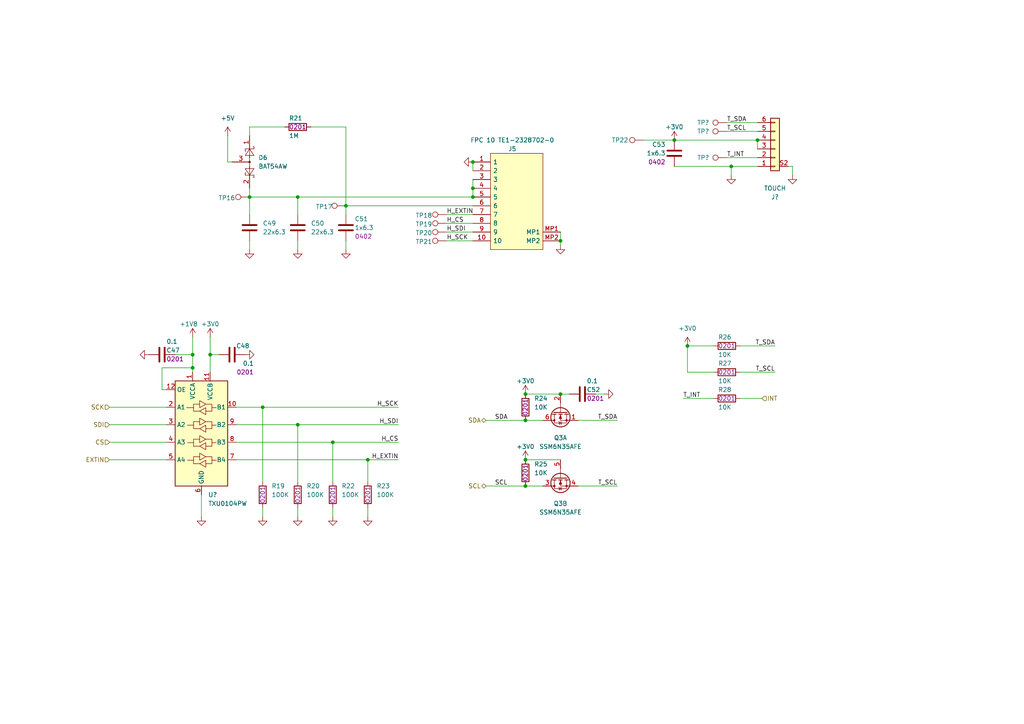
<source format=kicad_sch>
(kicad_sch
	(version 20231120)
	(generator "eeschema")
	(generator_version "8.0")
	(uuid "4c82a326-c920-49a6-b5c0-f7805f931e73")
	(paper "A4")
	(lib_symbols
		(symbol "Connector:TestPoint"
			(pin_numbers hide)
			(pin_names
				(offset 0.762) hide)
			(exclude_from_sim no)
			(in_bom yes)
			(on_board yes)
			(property "Reference" "TP"
				(at 0 6.858 0)
				(effects
					(font
						(size 1.27 1.27)
					)
				)
			)
			(property "Value" "TestPoint"
				(at 0 5.08 0)
				(effects
					(font
						(size 1.27 1.27)
					)
				)
			)
			(property "Footprint" ""
				(at 5.08 0 0)
				(effects
					(font
						(size 1.27 1.27)
					)
					(hide yes)
				)
			)
			(property "Datasheet" "~"
				(at 5.08 0 0)
				(effects
					(font
						(size 1.27 1.27)
					)
					(hide yes)
				)
			)
			(property "Description" "test point"
				(at 0 0 0)
				(effects
					(font
						(size 1.27 1.27)
					)
					(hide yes)
				)
			)
			(property "ki_keywords" "test point tp"
				(at 0 0 0)
				(effects
					(font
						(size 1.27 1.27)
					)
					(hide yes)
				)
			)
			(property "ki_fp_filters" "Pin* Test*"
				(at 0 0 0)
				(effects
					(font
						(size 1.27 1.27)
					)
					(hide yes)
				)
			)
			(symbol "TestPoint_0_1"
				(circle
					(center 0 3.302)
					(radius 0.762)
					(stroke
						(width 0)
						(type default)
					)
					(fill
						(type none)
					)
				)
			)
			(symbol "TestPoint_1_1"
				(pin passive line
					(at 0 0 90)
					(length 2.54)
					(name "1"
						(effects
							(font
								(size 1.27 1.27)
							)
						)
					)
					(number "1"
						(effects
							(font
								(size 1.27 1.27)
							)
						)
					)
				)
			)
		)
		(symbol "Connector_Generic:Conn_01x06"
			(pin_names
				(offset 1.016) hide)
			(exclude_from_sim no)
			(in_bom yes)
			(on_board yes)
			(property "Reference" "J5"
				(at 0 13.97 0)
				(effects
					(font
						(size 1.27 1.27)
					)
				)
			)
			(property "Value" "TOUCH"
				(at 0 11.43 0)
				(effects
					(font
						(size 1.27 1.27)
					)
				)
			)
			(property "Footprint" "MyLib:HRS_FH34SRJ-6S-0.5SH(50)"
				(at 0 0 0)
				(effects
					(font
						(size 1.27 1.27)
					)
					(hide yes)
				)
			)
			(property "Datasheet" "~"
				(at 0 0 0)
				(effects
					(font
						(size 1.27 1.27)
					)
					(hide yes)
				)
			)
			(property "Description" "Generic connector, single row, 01x06, script generated (kicad-library-utils/schlib/autogen/connector/)"
				(at 0 0 0)
				(effects
					(font
						(size 1.27 1.27)
					)
					(hide yes)
				)
			)
			(property "ki_keywords" "connector"
				(at 0 0 0)
				(effects
					(font
						(size 1.27 1.27)
					)
					(hide yes)
				)
			)
			(property "ki_fp_filters" "Connector*:*_1x??_*"
				(at 0 0 0)
				(effects
					(font
						(size 1.27 1.27)
					)
					(hide yes)
				)
			)
			(symbol "Conn_01x06_1_1"
				(rectangle
					(start -1.27 -7.493)
					(end 0 -7.747)
					(stroke
						(width 0.1524)
						(type default)
					)
					(fill
						(type none)
					)
				)
				(rectangle
					(start -1.27 -4.953)
					(end 0 -5.207)
					(stroke
						(width 0.1524)
						(type default)
					)
					(fill
						(type none)
					)
				)
				(rectangle
					(start -1.27 -2.413)
					(end 0 -2.667)
					(stroke
						(width 0.1524)
						(type default)
					)
					(fill
						(type none)
					)
				)
				(rectangle
					(start -1.27 0.127)
					(end 0 -0.127)
					(stroke
						(width 0.1524)
						(type default)
					)
					(fill
						(type none)
					)
				)
				(rectangle
					(start -1.27 2.667)
					(end 0 2.413)
					(stroke
						(width 0.1524)
						(type default)
					)
					(fill
						(type none)
					)
				)
				(rectangle
					(start -1.27 5.207)
					(end 0 4.953)
					(stroke
						(width 0.1524)
						(type default)
					)
					(fill
						(type none)
					)
				)
				(rectangle
					(start -1.27 6.35)
					(end 1.27 -8.89)
					(stroke
						(width 0.254)
						(type default)
					)
					(fill
						(type background)
					)
				)
				(pin passive line
					(at -5.08 5.08 0)
					(length 3.81)
					(name "Pin_1"
						(effects
							(font
								(size 1.27 1.27)
							)
						)
					)
					(number "1"
						(effects
							(font
								(size 1.27 1.27)
							)
						)
					)
				)
				(pin passive line
					(at -5.08 2.54 0)
					(length 3.81)
					(name "Pin_2"
						(effects
							(font
								(size 1.27 1.27)
							)
						)
					)
					(number "2"
						(effects
							(font
								(size 1.27 1.27)
							)
						)
					)
				)
				(pin passive line
					(at -5.08 0 0)
					(length 3.81)
					(name "Pin_3"
						(effects
							(font
								(size 1.27 1.27)
							)
						)
					)
					(number "3"
						(effects
							(font
								(size 1.27 1.27)
							)
						)
					)
				)
				(pin passive line
					(at -5.08 -2.54 0)
					(length 3.81)
					(name "Pin_4"
						(effects
							(font
								(size 1.27 1.27)
							)
						)
					)
					(number "4"
						(effects
							(font
								(size 1.27 1.27)
							)
						)
					)
				)
				(pin passive line
					(at -5.08 -5.08 0)
					(length 3.81)
					(name "Pin_5"
						(effects
							(font
								(size 1.27 1.27)
							)
						)
					)
					(number "5"
						(effects
							(font
								(size 1.27 1.27)
							)
						)
					)
				)
				(pin passive line
					(at -5.08 -7.62 0)
					(length 3.81)
					(name "Pin_6"
						(effects
							(font
								(size 1.27 1.27)
							)
						)
					)
					(number "6"
						(effects
							(font
								(size 1.27 1.27)
							)
						)
					)
				)
				(pin free line
					(at 3.81 5.08 180)
					(length 2.54)
					(name "S"
						(effects
							(font
								(size 1.27 1.27)
							)
						)
					)
					(number "S2"
						(effects
							(font
								(size 1.27 1.27)
							)
						)
					)
				)
			)
		)
		(symbol "Device:C"
			(pin_numbers hide)
			(pin_names
				(offset 0.254)
			)
			(exclude_from_sim no)
			(in_bom yes)
			(on_board yes)
			(property "Reference" "C"
				(at 0.635 2.54 0)
				(effects
					(font
						(size 1.27 1.27)
					)
					(justify left)
				)
			)
			(property "Value" "C"
				(at 0.635 -2.54 0)
				(effects
					(font
						(size 1.27 1.27)
					)
					(justify left)
				)
			)
			(property "Footprint" ""
				(at 0.9652 -3.81 0)
				(effects
					(font
						(size 1.27 1.27)
					)
					(hide yes)
				)
			)
			(property "Datasheet" "~"
				(at 0 0 0)
				(effects
					(font
						(size 1.27 1.27)
					)
					(hide yes)
				)
			)
			(property "Description" "Unpolarized capacitor"
				(at 0 0 0)
				(effects
					(font
						(size 1.27 1.27)
					)
					(hide yes)
				)
			)
			(property "ki_keywords" "cap capacitor"
				(at 0 0 0)
				(effects
					(font
						(size 1.27 1.27)
					)
					(hide yes)
				)
			)
			(property "ki_fp_filters" "C_*"
				(at 0 0 0)
				(effects
					(font
						(size 1.27 1.27)
					)
					(hide yes)
				)
			)
			(symbol "C_0_1"
				(polyline
					(pts
						(xy -2.032 -0.762) (xy 2.032 -0.762)
					)
					(stroke
						(width 0.508)
						(type default)
					)
					(fill
						(type none)
					)
				)
				(polyline
					(pts
						(xy -2.032 0.762) (xy 2.032 0.762)
					)
					(stroke
						(width 0.508)
						(type default)
					)
					(fill
						(type none)
					)
				)
			)
			(symbol "C_1_1"
				(pin passive line
					(at 0 3.81 270)
					(length 2.794)
					(name "~"
						(effects
							(font
								(size 1.27 1.27)
							)
						)
					)
					(number "1"
						(effects
							(font
								(size 1.27 1.27)
							)
						)
					)
				)
				(pin passive line
					(at 0 -3.81 90)
					(length 2.794)
					(name "~"
						(effects
							(font
								(size 1.27 1.27)
							)
						)
					)
					(number "2"
						(effects
							(font
								(size 1.27 1.27)
							)
						)
					)
				)
			)
		)
		(symbol "Device:R"
			(pin_numbers hide)
			(pin_names
				(offset 0)
			)
			(exclude_from_sim no)
			(in_bom yes)
			(on_board yes)
			(property "Reference" "R"
				(at 2.032 0 90)
				(effects
					(font
						(size 1.27 1.27)
					)
				)
			)
			(property "Value" "R"
				(at 0 0 90)
				(effects
					(font
						(size 1.27 1.27)
					)
				)
			)
			(property "Footprint" ""
				(at -1.778 0 90)
				(effects
					(font
						(size 1.27 1.27)
					)
					(hide yes)
				)
			)
			(property "Datasheet" "~"
				(at 0 0 0)
				(effects
					(font
						(size 1.27 1.27)
					)
					(hide yes)
				)
			)
			(property "Description" "Resistor"
				(at 0 0 0)
				(effects
					(font
						(size 1.27 1.27)
					)
					(hide yes)
				)
			)
			(property "ki_keywords" "R res resistor"
				(at 0 0 0)
				(effects
					(font
						(size 1.27 1.27)
					)
					(hide yes)
				)
			)
			(property "ki_fp_filters" "R_*"
				(at 0 0 0)
				(effects
					(font
						(size 1.27 1.27)
					)
					(hide yes)
				)
			)
			(symbol "R_0_1"
				(rectangle
					(start -1.016 -2.54)
					(end 1.016 2.54)
					(stroke
						(width 0.254)
						(type default)
					)
					(fill
						(type none)
					)
				)
			)
			(symbol "R_1_1"
				(pin passive line
					(at 0 3.81 270)
					(length 1.27)
					(name "~"
						(effects
							(font
								(size 1.27 1.27)
							)
						)
					)
					(number "1"
						(effects
							(font
								(size 1.27 1.27)
							)
						)
					)
				)
				(pin passive line
					(at 0 -3.81 90)
					(length 1.27)
					(name "~"
						(effects
							(font
								(size 1.27 1.27)
							)
						)
					)
					(number "2"
						(effects
							(font
								(size 1.27 1.27)
							)
						)
					)
				)
			)
		)
		(symbol "Diode:BAT54AW"
			(pin_names
				(offset 1.016)
			)
			(exclude_from_sim no)
			(in_bom yes)
			(on_board yes)
			(property "Reference" "D"
				(at 0.635 -3.81 0)
				(effects
					(font
						(size 1.27 1.27)
					)
					(justify left)
				)
			)
			(property "Value" "BAT54AW"
				(at -6.35 3.175 0)
				(effects
					(font
						(size 1.27 1.27)
					)
					(justify left)
				)
			)
			(property "Footprint" "Package_TO_SOT_SMD:SOT-323_SC-70"
				(at 1.905 3.175 0)
				(effects
					(font
						(size 1.27 1.27)
					)
					(justify left)
					(hide yes)
				)
			)
			(property "Datasheet" "https://assets.nexperia.com/documents/data-sheet/BAT54W_SER.pdf"
				(at -3.048 0 0)
				(effects
					(font
						(size 1.27 1.27)
					)
					(hide yes)
				)
			)
			(property "Description" "Dual schottky barrier diode, common anode, SOT-323"
				(at 0 0 0)
				(effects
					(font
						(size 1.27 1.27)
					)
					(hide yes)
				)
			)
			(property "ki_keywords" "dual schottky diode"
				(at 0 0 0)
				(effects
					(font
						(size 1.27 1.27)
					)
					(hide yes)
				)
			)
			(property "ki_fp_filters" "SOT?323*"
				(at 0 0 0)
				(effects
					(font
						(size 1.27 1.27)
					)
					(hide yes)
				)
			)
			(symbol "BAT54AW_0_1"
				(polyline
					(pts
						(xy -4.445 1.27) (xy -4.445 1.016)
					)
					(stroke
						(width 0)
						(type default)
					)
					(fill
						(type none)
					)
				)
				(polyline
					(pts
						(xy -3.81 -1.27) (xy -3.81 1.27)
					)
					(stroke
						(width 0)
						(type default)
					)
					(fill
						(type none)
					)
				)
				(polyline
					(pts
						(xy -3.81 -1.27) (xy -3.175 -1.27)
					)
					(stroke
						(width 0)
						(type default)
					)
					(fill
						(type none)
					)
				)
				(polyline
					(pts
						(xy -3.81 0) (xy -1.27 0)
					)
					(stroke
						(width 0)
						(type default)
					)
					(fill
						(type none)
					)
				)
				(polyline
					(pts
						(xy -3.81 1.27) (xy -4.445 1.27)
					)
					(stroke
						(width 0)
						(type default)
					)
					(fill
						(type none)
					)
				)
				(polyline
					(pts
						(xy -3.175 -1.27) (xy -3.175 -1.016)
					)
					(stroke
						(width 0)
						(type default)
					)
					(fill
						(type none)
					)
				)
				(polyline
					(pts
						(xy -1.905 0) (xy 1.905 0)
					)
					(stroke
						(width 0)
						(type default)
					)
					(fill
						(type none)
					)
				)
				(polyline
					(pts
						(xy 1.27 0) (xy 3.81 0)
					)
					(stroke
						(width 0)
						(type default)
					)
					(fill
						(type none)
					)
				)
				(polyline
					(pts
						(xy 3.175 -1.27) (xy 3.175 -1.016)
					)
					(stroke
						(width 0)
						(type default)
					)
					(fill
						(type none)
					)
				)
				(polyline
					(pts
						(xy 3.81 -1.27) (xy 3.175 -1.27)
					)
					(stroke
						(width 0)
						(type default)
					)
					(fill
						(type none)
					)
				)
				(polyline
					(pts
						(xy 3.81 -1.27) (xy 3.81 1.27)
					)
					(stroke
						(width 0)
						(type default)
					)
					(fill
						(type none)
					)
				)
				(polyline
					(pts
						(xy 3.81 1.27) (xy 4.445 1.27)
					)
					(stroke
						(width 0)
						(type default)
					)
					(fill
						(type none)
					)
				)
				(polyline
					(pts
						(xy 4.445 1.27) (xy 4.445 1.016)
					)
					(stroke
						(width 0)
						(type default)
					)
					(fill
						(type none)
					)
				)
				(polyline
					(pts
						(xy -1.905 1.27) (xy -1.905 -1.27) (xy -3.81 0) (xy -1.905 1.27)
					)
					(stroke
						(width 0)
						(type default)
					)
					(fill
						(type none)
					)
				)
				(polyline
					(pts
						(xy 1.905 1.27) (xy 1.905 -1.27) (xy 3.81 0) (xy 1.905 1.27)
					)
					(stroke
						(width 0)
						(type default)
					)
					(fill
						(type none)
					)
				)
				(circle
					(center 0 0)
					(radius 0.254)
					(stroke
						(width 0)
						(type default)
					)
					(fill
						(type outline)
					)
				)
			)
			(symbol "BAT54AW_1_1"
				(pin passive line
					(at -7.62 0 0)
					(length 3.81)
					(name "~"
						(effects
							(font
								(size 1.27 1.27)
							)
						)
					)
					(number "1"
						(effects
							(font
								(size 1.27 1.27)
							)
						)
					)
				)
				(pin passive line
					(at 7.62 0 180)
					(length 3.81)
					(name "~"
						(effects
							(font
								(size 1.27 1.27)
							)
						)
					)
					(number "2"
						(effects
							(font
								(size 1.27 1.27)
							)
						)
					)
				)
				(pin passive line
					(at 0 -5.08 90)
					(length 5.08)
					(name "~"
						(effects
							(font
								(size 1.27 1.27)
							)
						)
					)
					(number "3"
						(effects
							(font
								(size 1.27 1.27)
							)
						)
					)
				)
			)
		)
		(symbol "Logic_LevelTranslator:TXB0104RUT"
			(exclude_from_sim no)
			(in_bom yes)
			(on_board yes)
			(property "Reference" "U"
				(at -6.35 16.51 0)
				(effects
					(font
						(size 1.27 1.27)
					)
				)
			)
			(property "Value" "TXB0104RUT"
				(at 3.81 16.51 0)
				(effects
					(font
						(size 1.27 1.27)
					)
					(justify left)
				)
			)
			(property "Footprint" "Package_DFN_QFN:Texas_R_PUQFN-N12"
				(at 0 -19.05 0)
				(effects
					(font
						(size 1.27 1.27)
					)
					(hide yes)
				)
			)
			(property "Datasheet" "http://www.ti.com/lit/ds/symlink/txb0104.pdf"
				(at 2.794 2.413 0)
				(effects
					(font
						(size 1.27 1.27)
					)
					(hide yes)
				)
			)
			(property "Description" "4-Bit Bidirectional Voltage-Level Translator, Auto Direction Sensing and ±15-kV ESD Protection, 1.2 - 3.6V APort, 1.65 - 5.5V BPort, Texas_PUQFN-12"
				(at 0 0 0)
				(effects
					(font
						(size 1.27 1.27)
					)
					(hide yes)
				)
			)
			(property "ki_keywords" "Level-Shifter CMOS-TTL-Translation"
				(at 0 0 0)
				(effects
					(font
						(size 1.27 1.27)
					)
					(hide yes)
				)
			)
			(property "ki_fp_filters" "Texas*R*PUQFN*N12*"
				(at 0 0 0)
				(effects
					(font
						(size 1.27 1.27)
					)
					(hide yes)
				)
			)
			(symbol "TXB0104RUT_0_1"
				(rectangle
					(start -7.62 15.24)
					(end 7.62 -15.24)
					(stroke
						(width 0.254)
						(type default)
					)
					(fill
						(type background)
					)
				)
				(polyline
					(pts
						(xy -2.286 -7.747) (xy -2.286 -6.731) (xy -0.508 -6.731)
					)
					(stroke
						(width 0)
						(type default)
					)
					(fill
						(type none)
					)
				)
				(polyline
					(pts
						(xy -2.286 -2.667) (xy -2.286 -1.651) (xy -0.508 -1.651)
					)
					(stroke
						(width 0)
						(type default)
					)
					(fill
						(type none)
					)
				)
				(polyline
					(pts
						(xy -2.286 2.413) (xy -2.286 3.429) (xy -0.508 3.429)
					)
					(stroke
						(width 0)
						(type default)
					)
					(fill
						(type none)
					)
				)
				(polyline
					(pts
						(xy -2.286 7.493) (xy -2.286 8.509) (xy -0.508 8.509)
					)
					(stroke
						(width 0)
						(type default)
					)
					(fill
						(type none)
					)
				)
				(polyline
					(pts
						(xy 3.048 -7.747) (xy 3.048 -8.763) (xy 1.27 -8.763)
					)
					(stroke
						(width 0)
						(type default)
					)
					(fill
						(type none)
					)
				)
				(polyline
					(pts
						(xy 3.048 -2.667) (xy 3.048 -3.683) (xy 1.27 -3.683)
					)
					(stroke
						(width 0)
						(type default)
					)
					(fill
						(type none)
					)
				)
				(polyline
					(pts
						(xy 3.048 2.413) (xy 3.048 1.397) (xy 1.27 1.397)
					)
					(stroke
						(width 0)
						(type default)
					)
					(fill
						(type none)
					)
				)
				(polyline
					(pts
						(xy 3.048 7.493) (xy 3.048 6.477) (xy 1.27 6.477)
					)
					(stroke
						(width 0)
						(type default)
					)
					(fill
						(type none)
					)
				)
				(polyline
					(pts
						(xy -0.508 -8.763) (xy -2.286 -8.763) (xy -2.286 -7.747) (xy -4.064 -7.747)
					)
					(stroke
						(width 0)
						(type default)
					)
					(fill
						(type none)
					)
				)
				(polyline
					(pts
						(xy -0.508 -8.763) (xy 1.27 -7.747) (xy 1.27 -9.779) (xy -0.508 -8.763)
					)
					(stroke
						(width 0)
						(type default)
					)
					(fill
						(type none)
					)
				)
				(polyline
					(pts
						(xy -0.508 -3.683) (xy -2.286 -3.683) (xy -2.286 -2.667) (xy -4.064 -2.667)
					)
					(stroke
						(width 0)
						(type default)
					)
					(fill
						(type none)
					)
				)
				(polyline
					(pts
						(xy -0.508 -3.683) (xy 1.27 -2.667) (xy 1.27 -4.699) (xy -0.508 -3.683)
					)
					(stroke
						(width 0)
						(type default)
					)
					(fill
						(type none)
					)
				)
				(polyline
					(pts
						(xy -0.508 1.397) (xy -2.286 1.397) (xy -2.286 2.413) (xy -4.064 2.413)
					)
					(stroke
						(width 0)
						(type default)
					)
					(fill
						(type none)
					)
				)
				(polyline
					(pts
						(xy -0.508 1.397) (xy 1.27 2.413) (xy 1.27 0.381) (xy -0.508 1.397)
					)
					(stroke
						(width 0)
						(type default)
					)
					(fill
						(type none)
					)
				)
				(polyline
					(pts
						(xy -0.508 6.477) (xy -2.286 6.477) (xy -2.286 7.493) (xy -4.318 7.493)
					)
					(stroke
						(width 0)
						(type default)
					)
					(fill
						(type none)
					)
				)
				(polyline
					(pts
						(xy -0.508 6.477) (xy 1.27 7.493) (xy 1.27 5.461) (xy -0.508 6.477)
					)
					(stroke
						(width 0)
						(type default)
					)
					(fill
						(type none)
					)
				)
				(polyline
					(pts
						(xy 1.27 -6.731) (xy -0.508 -7.747) (xy -0.508 -5.715) (xy 1.27 -6.731)
					)
					(stroke
						(width 0)
						(type default)
					)
					(fill
						(type none)
					)
				)
				(polyline
					(pts
						(xy 1.27 -6.731) (xy 3.048 -6.731) (xy 3.048 -7.747) (xy 4.318 -7.747)
					)
					(stroke
						(width 0)
						(type default)
					)
					(fill
						(type none)
					)
				)
				(polyline
					(pts
						(xy 1.27 -1.651) (xy -0.508 -2.667) (xy -0.508 -0.635) (xy 1.27 -1.651)
					)
					(stroke
						(width 0)
						(type default)
					)
					(fill
						(type none)
					)
				)
				(polyline
					(pts
						(xy 1.27 -1.651) (xy 3.048 -1.651) (xy 3.048 -2.667) (xy 4.318 -2.667)
					)
					(stroke
						(width 0)
						(type default)
					)
					(fill
						(type none)
					)
				)
				(polyline
					(pts
						(xy 1.27 3.429) (xy -0.508 2.413) (xy -0.508 4.445) (xy 1.27 3.429)
					)
					(stroke
						(width 0)
						(type default)
					)
					(fill
						(type none)
					)
				)
				(polyline
					(pts
						(xy 1.27 3.429) (xy 3.048 3.429) (xy 3.048 2.413) (xy 4.318 2.413)
					)
					(stroke
						(width 0)
						(type default)
					)
					(fill
						(type none)
					)
				)
				(polyline
					(pts
						(xy 1.27 8.509) (xy -0.508 7.493) (xy -0.508 9.525) (xy 1.27 8.509)
					)
					(stroke
						(width 0)
						(type default)
					)
					(fill
						(type none)
					)
				)
				(polyline
					(pts
						(xy 1.27 8.509) (xy 3.048 8.509) (xy 3.048 7.493) (xy 4.318 7.493)
					)
					(stroke
						(width 0)
						(type default)
					)
					(fill
						(type none)
					)
				)
			)
			(symbol "TXB0104RUT_1_1"
				(pin power_in line
					(at -2.54 17.78 270)
					(length 2.54)
					(name "VCCA"
						(effects
							(font
								(size 1.27 1.27)
							)
						)
					)
					(number "1"
						(effects
							(font
								(size 1.27 1.27)
							)
						)
					)
				)
				(pin tri_state line
					(at 10.16 7.62 180)
					(length 2.54)
					(name "B1"
						(effects
							(font
								(size 1.27 1.27)
							)
						)
					)
					(number "10"
						(effects
							(font
								(size 1.27 1.27)
							)
						)
					)
				)
				(pin power_in line
					(at 2.54 17.78 270)
					(length 2.54)
					(name "VCCB"
						(effects
							(font
								(size 1.27 1.27)
							)
						)
					)
					(number "11"
						(effects
							(font
								(size 1.27 1.27)
							)
						)
					)
				)
				(pin input line
					(at -10.16 12.7 0)
					(length 2.54)
					(name "OE"
						(effects
							(font
								(size 1.27 1.27)
							)
						)
					)
					(number "12"
						(effects
							(font
								(size 1.27 1.27)
							)
						)
					)
				)
				(pin tri_state line
					(at -10.16 7.62 0)
					(length 2.54)
					(name "A1"
						(effects
							(font
								(size 1.27 1.27)
							)
						)
					)
					(number "2"
						(effects
							(font
								(size 1.27 1.27)
							)
						)
					)
				)
				(pin tri_state line
					(at -10.16 2.54 0)
					(length 2.54)
					(name "A2"
						(effects
							(font
								(size 1.27 1.27)
							)
						)
					)
					(number "3"
						(effects
							(font
								(size 1.27 1.27)
							)
						)
					)
				)
				(pin tri_state line
					(at -10.16 -2.54 0)
					(length 2.54)
					(name "A3"
						(effects
							(font
								(size 1.27 1.27)
							)
						)
					)
					(number "4"
						(effects
							(font
								(size 1.27 1.27)
							)
						)
					)
				)
				(pin tri_state line
					(at -10.16 -7.62 0)
					(length 2.54)
					(name "A4"
						(effects
							(font
								(size 1.27 1.27)
							)
						)
					)
					(number "5"
						(effects
							(font
								(size 1.27 1.27)
							)
						)
					)
				)
				(pin power_in line
					(at 0 -17.78 90)
					(length 2.54)
					(name "GND"
						(effects
							(font
								(size 1.27 1.27)
							)
						)
					)
					(number "6"
						(effects
							(font
								(size 1.27 1.27)
							)
						)
					)
				)
				(pin tri_state line
					(at 10.16 -7.62 180)
					(length 2.54)
					(name "B4"
						(effects
							(font
								(size 1.27 1.27)
							)
						)
					)
					(number "7"
						(effects
							(font
								(size 1.27 1.27)
							)
						)
					)
				)
				(pin tri_state line
					(at 10.16 -2.54 180)
					(length 2.54)
					(name "B3"
						(effects
							(font
								(size 1.27 1.27)
							)
						)
					)
					(number "8"
						(effects
							(font
								(size 1.27 1.27)
							)
						)
					)
				)
				(pin tri_state line
					(at 10.16 2.54 180)
					(length 2.54)
					(name "B2"
						(effects
							(font
								(size 1.27 1.27)
							)
						)
					)
					(number "9"
						(effects
							(font
								(size 1.27 1.27)
							)
						)
					)
				)
			)
		)
		(symbol "MyLib:FPC 10 TE1-2328702-0"
			(pin_names
				(offset 0.762)
			)
			(exclude_from_sim no)
			(in_bom yes)
			(on_board yes)
			(property "Reference" "J"
				(at 21.59 7.62 0)
				(effects
					(font
						(size 1.27 1.27)
					)
					(justify left)
				)
			)
			(property "Value" "FPC 10 TE1-2328702-0"
				(at 21.59 5.08 0)
				(effects
					(font
						(size 1.27 1.27)
					)
					(justify left)
				)
			)
			(property "Footprint" "123287020"
				(at 21.59 2.54 0)
				(effects
					(font
						(size 1.27 1.27)
					)
					(justify left)
					(hide yes)
				)
			)
			(property "Datasheet" "https://datasheet.datasheetarchive.com/originals/distributors/DKDS42/DSANUWW0052081.pdf"
				(at 21.59 0 0)
				(effects
					(font
						(size 1.27 1.27)
					)
					(justify left)
					(hide yes)
				)
			)
			(property "Description" "AMP - TE CONNECTIVITY - 1-2328702-0 - CONNECTOR, FPC, R/A, 10POS, 1ROW, 0.5MM"
				(at 21.59 -2.54 0)
				(effects
					(font
						(size 1.27 1.27)
					)
					(justify left)
					(hide yes)
				)
			)
			(property "Height" "1.05"
				(at 21.59 -5.08 0)
				(effects
					(font
						(size 1.27 1.27)
					)
					(justify left)
					(hide yes)
				)
			)
			(property "Mouser Part Number" "571-1-2328702-0"
				(at 21.59 -7.62 0)
				(effects
					(font
						(size 1.27 1.27)
					)
					(justify left)
					(hide yes)
				)
			)
			(property "Mouser Price/Stock" "https://www.mouser.co.uk/ProductDetail/TE-Connectivity/1-2328702-0?qs=w%2Fv1CP2dgqo2Dg4sQQnZ1g%3D%3D"
				(at 21.59 -10.16 0)
				(effects
					(font
						(size 1.27 1.27)
					)
					(justify left)
					(hide yes)
				)
			)
			(property "Manufacturer_Name" "TE Connectivity"
				(at 21.59 -12.7 0)
				(effects
					(font
						(size 1.27 1.27)
					)
					(justify left)
					(hide yes)
				)
			)
			(property "Manufacturer_Part_Number" "1-2328702-0"
				(at 21.59 -15.24 0)
				(effects
					(font
						(size 1.27 1.27)
					)
					(justify left)
					(hide yes)
				)
			)
			(symbol "FPC 10 TE1-2328702-0_0_0"
				(pin passive line
					(at 25.4 -22.86 180)
					(length 5.08)
					(name "1"
						(effects
							(font
								(size 1.27 1.27)
							)
						)
					)
					(number "1"
						(effects
							(font
								(size 1.27 1.27)
							)
						)
					)
				)
				(pin passive line
					(at 25.4 0 180)
					(length 5.08)
					(name "10"
						(effects
							(font
								(size 1.27 1.27)
							)
						)
					)
					(number "10"
						(effects
							(font
								(size 1.27 1.27)
							)
						)
					)
				)
				(pin passive line
					(at 25.4 -20.32 180)
					(length 5.08)
					(name "2"
						(effects
							(font
								(size 1.27 1.27)
							)
						)
					)
					(number "2"
						(effects
							(font
								(size 1.27 1.27)
							)
						)
					)
				)
				(pin passive line
					(at 25.4 -17.78 180)
					(length 5.08)
					(name "3"
						(effects
							(font
								(size 1.27 1.27)
							)
						)
					)
					(number "3"
						(effects
							(font
								(size 1.27 1.27)
							)
						)
					)
				)
				(pin passive line
					(at 25.4 -15.24 180)
					(length 5.08)
					(name "4"
						(effects
							(font
								(size 1.27 1.27)
							)
						)
					)
					(number "4"
						(effects
							(font
								(size 1.27 1.27)
							)
						)
					)
				)
				(pin passive line
					(at 25.4 -12.7 180)
					(length 5.08)
					(name "5"
						(effects
							(font
								(size 1.27 1.27)
							)
						)
					)
					(number "5"
						(effects
							(font
								(size 1.27 1.27)
							)
						)
					)
				)
				(pin passive line
					(at 25.4 -10.16 180)
					(length 5.08)
					(name "6"
						(effects
							(font
								(size 1.27 1.27)
							)
						)
					)
					(number "6"
						(effects
							(font
								(size 1.27 1.27)
							)
						)
					)
				)
				(pin passive line
					(at 25.4 -7.62 180)
					(length 5.08)
					(name "7"
						(effects
							(font
								(size 1.27 1.27)
							)
						)
					)
					(number "7"
						(effects
							(font
								(size 1.27 1.27)
							)
						)
					)
				)
				(pin passive line
					(at 25.4 -5.08 180)
					(length 5.08)
					(name "8"
						(effects
							(font
								(size 1.27 1.27)
							)
						)
					)
					(number "8"
						(effects
							(font
								(size 1.27 1.27)
							)
						)
					)
				)
				(pin passive line
					(at 25.4 -2.54 180)
					(length 5.08)
					(name "9"
						(effects
							(font
								(size 1.27 1.27)
							)
						)
					)
					(number "9"
						(effects
							(font
								(size 1.27 1.27)
							)
						)
					)
				)
				(pin passive line
					(at 0 -2.54 0)
					(length 5.08)
					(name "MP1"
						(effects
							(font
								(size 1.27 1.27)
							)
						)
					)
					(number "MP1"
						(effects
							(font
								(size 1.27 1.27)
							)
						)
					)
				)
				(pin passive line
					(at 0 0 0)
					(length 5.08)
					(name "MP2"
						(effects
							(font
								(size 1.27 1.27)
							)
						)
					)
					(number "MP2"
						(effects
							(font
								(size 1.27 1.27)
							)
						)
					)
				)
			)
			(symbol "FPC 10 TE1-2328702-0_1_1"
				(polyline
					(pts
						(xy 5.08 2.54) (xy 20.32 2.54) (xy 20.32 -25.4) (xy 5.08 -25.4) (xy 5.08 2.54)
					)
					(stroke
						(width 0.1524)
						(type solid)
					)
					(fill
						(type background)
					)
				)
			)
		)
		(symbol "Transistor_FET:FDG1024NZ"
			(pin_names hide)
			(exclude_from_sim no)
			(in_bom yes)
			(on_board yes)
			(property "Reference" "Q"
				(at 5.08 1.905 0)
				(effects
					(font
						(size 1.27 1.27)
					)
					(justify left)
				)
			)
			(property "Value" "FDG1024NZ"
				(at 5.08 0 0)
				(effects
					(font
						(size 1.27 1.27)
					)
					(justify left)
				)
			)
			(property "Footprint" "Package_TO_SOT_SMD:SOT-363_SC-70-6"
				(at 5.08 -1.905 0)
				(effects
					(font
						(size 1.27 1.27)
						(italic yes)
					)
					(justify left)
					(hide yes)
				)
			)
			(property "Datasheet" "https://www.onsemi.com/pub/Collateral/FDG1024NZ-D.pdf"
				(at 0 0 0)
				(effects
					(font
						(size 1.27 1.27)
					)
					(justify left)
					(hide yes)
				)
			)
			(property "Description" "1.2A Id, 20V Vds, Dual N-Channel MOSFET, 175mOhm Ron, SC-70-6"
				(at 0 0 0)
				(effects
					(font
						(size 1.27 1.27)
					)
					(hide yes)
				)
			)
			(property "ki_keywords" "Dual N-Channel MOSFET Logic Level"
				(at 0 0 0)
				(effects
					(font
						(size 1.27 1.27)
					)
					(hide yes)
				)
			)
			(property "ki_fp_filters" "SOT?363*"
				(at 0 0 0)
				(effects
					(font
						(size 1.27 1.27)
					)
					(hide yes)
				)
			)
			(symbol "FDG1024NZ_0_1"
				(polyline
					(pts
						(xy 0.254 0) (xy -2.54 0)
					)
					(stroke
						(width 0)
						(type default)
					)
					(fill
						(type none)
					)
				)
				(polyline
					(pts
						(xy 0.254 1.905) (xy 0.254 -1.905)
					)
					(stroke
						(width 0.254)
						(type default)
					)
					(fill
						(type none)
					)
				)
				(polyline
					(pts
						(xy 0.762 -1.27) (xy 0.762 -2.286)
					)
					(stroke
						(width 0.254)
						(type default)
					)
					(fill
						(type none)
					)
				)
				(polyline
					(pts
						(xy 0.762 0.508) (xy 0.762 -0.508)
					)
					(stroke
						(width 0.254)
						(type default)
					)
					(fill
						(type none)
					)
				)
				(polyline
					(pts
						(xy 0.762 2.286) (xy 0.762 1.27)
					)
					(stroke
						(width 0.254)
						(type default)
					)
					(fill
						(type none)
					)
				)
				(polyline
					(pts
						(xy 2.54 2.54) (xy 2.54 1.778)
					)
					(stroke
						(width 0)
						(type default)
					)
					(fill
						(type none)
					)
				)
				(polyline
					(pts
						(xy 2.54 -2.54) (xy 2.54 0) (xy 0.762 0)
					)
					(stroke
						(width 0)
						(type default)
					)
					(fill
						(type none)
					)
				)
				(polyline
					(pts
						(xy 0.762 -1.778) (xy 3.302 -1.778) (xy 3.302 1.778) (xy 0.762 1.778)
					)
					(stroke
						(width 0)
						(type default)
					)
					(fill
						(type none)
					)
				)
				(polyline
					(pts
						(xy 1.016 0) (xy 2.032 0.381) (xy 2.032 -0.381) (xy 1.016 0)
					)
					(stroke
						(width 0)
						(type default)
					)
					(fill
						(type outline)
					)
				)
				(polyline
					(pts
						(xy 2.794 0.508) (xy 2.921 0.381) (xy 3.683 0.381) (xy 3.81 0.254)
					)
					(stroke
						(width 0)
						(type default)
					)
					(fill
						(type none)
					)
				)
				(polyline
					(pts
						(xy 3.302 0.381) (xy 2.921 -0.254) (xy 3.683 -0.254) (xy 3.302 0.381)
					)
					(stroke
						(width 0)
						(type default)
					)
					(fill
						(type none)
					)
				)
				(circle
					(center 1.651 0)
					(radius 2.794)
					(stroke
						(width 0.254)
						(type default)
					)
					(fill
						(type none)
					)
				)
				(circle
					(center 2.54 -1.778)
					(radius 0.254)
					(stroke
						(width 0)
						(type default)
					)
					(fill
						(type outline)
					)
				)
				(circle
					(center 2.54 1.778)
					(radius 0.254)
					(stroke
						(width 0)
						(type default)
					)
					(fill
						(type outline)
					)
				)
			)
			(symbol "FDG1024NZ_1_1"
				(pin passive line
					(at 2.54 -5.08 90)
					(length 2.54)
					(name "S"
						(effects
							(font
								(size 1.27 1.27)
							)
						)
					)
					(number "1"
						(effects
							(font
								(size 1.27 1.27)
							)
						)
					)
				)
				(pin passive line
					(at -5.08 0 0)
					(length 2.54)
					(name "G"
						(effects
							(font
								(size 1.27 1.27)
							)
						)
					)
					(number "2"
						(effects
							(font
								(size 1.27 1.27)
							)
						)
					)
				)
				(pin passive line
					(at 2.54 5.08 270)
					(length 2.54)
					(name "D"
						(effects
							(font
								(size 1.27 1.27)
							)
						)
					)
					(number "6"
						(effects
							(font
								(size 1.27 1.27)
							)
						)
					)
				)
			)
			(symbol "FDG1024NZ_2_1"
				(pin passive line
					(at 2.54 5.08 270)
					(length 2.54)
					(name "D"
						(effects
							(font
								(size 1.27 1.27)
							)
						)
					)
					(number "3"
						(effects
							(font
								(size 1.27 1.27)
							)
						)
					)
				)
				(pin passive line
					(at 2.54 -5.08 90)
					(length 2.54)
					(name "S"
						(effects
							(font
								(size 1.27 1.27)
							)
						)
					)
					(number "4"
						(effects
							(font
								(size 1.27 1.27)
							)
						)
					)
				)
				(pin passive line
					(at -5.08 0 0)
					(length 2.54)
					(name "G"
						(effects
							(font
								(size 1.27 1.27)
							)
						)
					)
					(number "5"
						(effects
							(font
								(size 1.27 1.27)
							)
						)
					)
				)
			)
		)
		(symbol "power:+1V8"
			(power)
			(pin_names
				(offset 0)
			)
			(exclude_from_sim no)
			(in_bom yes)
			(on_board yes)
			(property "Reference" "#PWR"
				(at 0 -3.81 0)
				(effects
					(font
						(size 1.27 1.27)
					)
					(hide yes)
				)
			)
			(property "Value" "+1V8"
				(at 0 3.556 0)
				(effects
					(font
						(size 1.27 1.27)
					)
				)
			)
			(property "Footprint" ""
				(at 0 0 0)
				(effects
					(font
						(size 1.27 1.27)
					)
					(hide yes)
				)
			)
			(property "Datasheet" ""
				(at 0 0 0)
				(effects
					(font
						(size 1.27 1.27)
					)
					(hide yes)
				)
			)
			(property "Description" "Power symbol creates a global label with name \"+1V8\""
				(at 0 0 0)
				(effects
					(font
						(size 1.27 1.27)
					)
					(hide yes)
				)
			)
			(property "ki_keywords" "power-flag"
				(at 0 0 0)
				(effects
					(font
						(size 1.27 1.27)
					)
					(hide yes)
				)
			)
			(symbol "+1V8_0_1"
				(polyline
					(pts
						(xy -0.762 1.27) (xy 0 2.54)
					)
					(stroke
						(width 0)
						(type default)
					)
					(fill
						(type none)
					)
				)
				(polyline
					(pts
						(xy 0 0) (xy 0 2.54)
					)
					(stroke
						(width 0)
						(type default)
					)
					(fill
						(type none)
					)
				)
				(polyline
					(pts
						(xy 0 2.54) (xy 0.762 1.27)
					)
					(stroke
						(width 0)
						(type default)
					)
					(fill
						(type none)
					)
				)
			)
			(symbol "+1V8_1_1"
				(pin power_in line
					(at 0 0 90)
					(length 0) hide
					(name "+1V8"
						(effects
							(font
								(size 1.27 1.27)
							)
						)
					)
					(number "1"
						(effects
							(font
								(size 1.27 1.27)
							)
						)
					)
				)
			)
		)
		(symbol "power:+3V0"
			(power)
			(pin_numbers hide)
			(pin_names
				(offset 0) hide)
			(exclude_from_sim no)
			(in_bom yes)
			(on_board yes)
			(property "Reference" "#PWR"
				(at 0 -3.81 0)
				(effects
					(font
						(size 1.27 1.27)
					)
					(hide yes)
				)
			)
			(property "Value" "+3V0"
				(at 0 3.556 0)
				(effects
					(font
						(size 1.27 1.27)
					)
				)
			)
			(property "Footprint" ""
				(at 0 0 0)
				(effects
					(font
						(size 1.27 1.27)
					)
					(hide yes)
				)
			)
			(property "Datasheet" ""
				(at 0 0 0)
				(effects
					(font
						(size 1.27 1.27)
					)
					(hide yes)
				)
			)
			(property "Description" "Power symbol creates a global label with name \"+3V0\""
				(at 0 0 0)
				(effects
					(font
						(size 1.27 1.27)
					)
					(hide yes)
				)
			)
			(property "ki_keywords" "global power"
				(at 0 0 0)
				(effects
					(font
						(size 1.27 1.27)
					)
					(hide yes)
				)
			)
			(symbol "+3V0_0_1"
				(polyline
					(pts
						(xy -0.762 1.27) (xy 0 2.54)
					)
					(stroke
						(width 0)
						(type default)
					)
					(fill
						(type none)
					)
				)
				(polyline
					(pts
						(xy 0 0) (xy 0 2.54)
					)
					(stroke
						(width 0)
						(type default)
					)
					(fill
						(type none)
					)
				)
				(polyline
					(pts
						(xy 0 2.54) (xy 0.762 1.27)
					)
					(stroke
						(width 0)
						(type default)
					)
					(fill
						(type none)
					)
				)
			)
			(symbol "+3V0_1_1"
				(pin power_in line
					(at 0 0 90)
					(length 0)
					(name "~"
						(effects
							(font
								(size 1.27 1.27)
							)
						)
					)
					(number "1"
						(effects
							(font
								(size 1.27 1.27)
							)
						)
					)
				)
			)
		)
		(symbol "power:+5V"
			(power)
			(pin_numbers hide)
			(pin_names
				(offset 0) hide)
			(exclude_from_sim no)
			(in_bom yes)
			(on_board yes)
			(property "Reference" "#PWR"
				(at 0 -3.81 0)
				(effects
					(font
						(size 1.27 1.27)
					)
					(hide yes)
				)
			)
			(property "Value" "+5V"
				(at 0 3.556 0)
				(effects
					(font
						(size 1.27 1.27)
					)
				)
			)
			(property "Footprint" ""
				(at 0 0 0)
				(effects
					(font
						(size 1.27 1.27)
					)
					(hide yes)
				)
			)
			(property "Datasheet" ""
				(at 0 0 0)
				(effects
					(font
						(size 1.27 1.27)
					)
					(hide yes)
				)
			)
			(property "Description" "Power symbol creates a global label with name \"+5V\""
				(at 0 0 0)
				(effects
					(font
						(size 1.27 1.27)
					)
					(hide yes)
				)
			)
			(property "ki_keywords" "global power"
				(at 0 0 0)
				(effects
					(font
						(size 1.27 1.27)
					)
					(hide yes)
				)
			)
			(symbol "+5V_0_1"
				(polyline
					(pts
						(xy -0.762 1.27) (xy 0 2.54)
					)
					(stroke
						(width 0)
						(type default)
					)
					(fill
						(type none)
					)
				)
				(polyline
					(pts
						(xy 0 0) (xy 0 2.54)
					)
					(stroke
						(width 0)
						(type default)
					)
					(fill
						(type none)
					)
				)
				(polyline
					(pts
						(xy 0 2.54) (xy 0.762 1.27)
					)
					(stroke
						(width 0)
						(type default)
					)
					(fill
						(type none)
					)
				)
			)
			(symbol "+5V_1_1"
				(pin power_in line
					(at 0 0 90)
					(length 0)
					(name "~"
						(effects
							(font
								(size 1.27 1.27)
							)
						)
					)
					(number "1"
						(effects
							(font
								(size 1.27 1.27)
							)
						)
					)
				)
			)
		)
		(symbol "power:GND"
			(power)
			(pin_names
				(offset 0)
			)
			(exclude_from_sim no)
			(in_bom yes)
			(on_board yes)
			(property "Reference" "#PWR"
				(at 0 -6.35 0)
				(effects
					(font
						(size 1.27 1.27)
					)
					(hide yes)
				)
			)
			(property "Value" "GND"
				(at 0 -3.81 0)
				(effects
					(font
						(size 1.27 1.27)
					)
				)
			)
			(property "Footprint" ""
				(at 0 0 0)
				(effects
					(font
						(size 1.27 1.27)
					)
					(hide yes)
				)
			)
			(property "Datasheet" ""
				(at 0 0 0)
				(effects
					(font
						(size 1.27 1.27)
					)
					(hide yes)
				)
			)
			(property "Description" "Power symbol creates a global label with name \"GND\" , ground"
				(at 0 0 0)
				(effects
					(font
						(size 1.27 1.27)
					)
					(hide yes)
				)
			)
			(property "ki_keywords" "power-flag"
				(at 0 0 0)
				(effects
					(font
						(size 1.27 1.27)
					)
					(hide yes)
				)
			)
			(symbol "GND_0_1"
				(polyline
					(pts
						(xy 0 0) (xy 0 -1.27) (xy 1.27 -1.27) (xy 0 -2.54) (xy -1.27 -1.27) (xy 0 -1.27)
					)
					(stroke
						(width 0)
						(type default)
					)
					(fill
						(type none)
					)
				)
			)
			(symbol "GND_1_1"
				(pin power_in line
					(at 0 0 270)
					(length 0) hide
					(name "GND"
						(effects
							(font
								(size 1.27 1.27)
							)
						)
					)
					(number "1"
						(effects
							(font
								(size 1.27 1.27)
							)
						)
					)
				)
			)
		)
	)
	(junction
		(at 100.33 59.69)
		(diameter 0)
		(color 0 0 0 0)
		(uuid "02083ee9-fe5b-4c9b-97ff-d627ccae78c7")
	)
	(junction
		(at 106.68 133.35)
		(diameter 0)
		(color 0 0 0 0)
		(uuid "0a0c52a6-db49-460f-bdf1-672f2bb28212")
	)
	(junction
		(at 212.09 48.26)
		(diameter 0)
		(color 0 0 0 0)
		(uuid "0fb42e59-d170-40bf-81e0-aa836a13927e")
	)
	(junction
		(at 76.2 118.11)
		(diameter 0)
		(color 0 0 0 0)
		(uuid "12fa3ca5-17f0-4717-baf3-9cd3282c4ba2")
	)
	(junction
		(at 162.56 114.3)
		(diameter 0)
		(color 0 0 0 0)
		(uuid "2fc3fbfb-1db7-4310-a1b4-a57a6efc7c55")
	)
	(junction
		(at 86.36 123.19)
		(diameter 0)
		(color 0 0 0 0)
		(uuid "3d55b833-43c8-454b-9528-37ad424c6bd0")
	)
	(junction
		(at 60.96 102.87)
		(diameter 0)
		(color 0 0 0 0)
		(uuid "46783738-4253-4033-817e-e7ae6490ea38")
	)
	(junction
		(at 199.39 100.33)
		(diameter 0)
		(color 0 0 0 0)
		(uuid "475d394b-1ae0-4975-b921-6b380c19e7be")
	)
	(junction
		(at 195.58 40.64)
		(diameter 0)
		(color 0 0 0 0)
		(uuid "4a9740f3-54a9-448c-8868-4f8d6a99fe62")
	)
	(junction
		(at 162.56 69.85)
		(diameter 0)
		(color 0 0 0 0)
		(uuid "6ab5a477-21cb-40c8-adbb-1a879ea6957e")
	)
	(junction
		(at 137.16 46.99)
		(diameter 0)
		(color 0 0 0 0)
		(uuid "75a2ba94-80f7-4f9f-9700-ea33fb4b8ac6")
	)
	(junction
		(at 137.16 57.15)
		(diameter 0)
		(color 0 0 0 0)
		(uuid "7c46a357-9e00-4d4e-9467-a166c80649d4")
	)
	(junction
		(at 96.52 128.27)
		(diameter 0)
		(color 0 0 0 0)
		(uuid "8bfcfe65-d1fe-4a35-8574-fb560f1f9c5b")
	)
	(junction
		(at 137.16 54.61)
		(diameter 0)
		(color 0 0 0 0)
		(uuid "8f4255ed-a79d-4f3a-9494-8f435aff4326")
	)
	(junction
		(at 152.4 133.35)
		(diameter 0)
		(color 0 0 0 0)
		(uuid "974f07e5-28ae-4c3e-992a-765332247d16")
	)
	(junction
		(at 86.36 57.15)
		(diameter 0)
		(color 0 0 0 0)
		(uuid "9f2afef2-3713-4190-baa1-c7230517e539")
	)
	(junction
		(at 152.4 114.3)
		(diameter 0)
		(color 0 0 0 0)
		(uuid "a468e68e-ba85-4fff-a4d3-25afc7fd1ec4")
	)
	(junction
		(at 55.88 102.87)
		(diameter 0)
		(color 0 0 0 0)
		(uuid "aed7482f-8b98-4d8b-b1ab-ca5a8d550a09")
	)
	(junction
		(at 152.4 140.97)
		(diameter 0)
		(color 0 0 0 0)
		(uuid "b83a0bb5-e7ba-4ad9-98fc-2aca58be2010")
	)
	(junction
		(at 152.4 121.92)
		(diameter 0)
		(color 0 0 0 0)
		(uuid "d4781950-4e5f-40c7-9116-4ebfa3c3c421")
	)
	(junction
		(at 72.39 57.15)
		(diameter 0)
		(color 0 0 0 0)
		(uuid "d9f2c3af-4d89-4013-99cf-439af34fc16b")
	)
	(junction
		(at 55.88 106.68)
		(diameter 0)
		(color 0 0 0 0)
		(uuid "e83944e6-fd10-4663-9104-3d0c7fb135da")
	)
	(junction
		(at 219.71 40.64)
		(diameter 0)
		(color 0 0 0 0)
		(uuid "fe1e040d-a08f-4ec9-963b-1ee8d192f2c8")
	)
	(wire
		(pts
			(xy 175.26 114.3) (xy 172.72 114.3)
		)
		(stroke
			(width 0)
			(type default)
		)
		(uuid "005db7eb-0cc5-4dd6-b5a6-6e9bf721a38e")
	)
	(wire
		(pts
			(xy 137.16 54.61) (xy 137.16 57.15)
		)
		(stroke
			(width 0)
			(type default)
		)
		(uuid "01f3b018-979f-4e65-a792-0f17f3408b47")
	)
	(wire
		(pts
			(xy 106.68 133.35) (xy 106.68 139.7)
		)
		(stroke
			(width 0)
			(type default)
		)
		(uuid "0615994d-3bc3-48f3-8d29-daa4ba963c61")
	)
	(wire
		(pts
			(xy 162.56 69.85) (xy 162.56 71.12)
		)
		(stroke
			(width 0)
			(type default)
		)
		(uuid "0941c321-1740-4aa0-9bec-abd5dad98db3")
	)
	(wire
		(pts
			(xy 55.88 106.68) (xy 55.88 107.95)
		)
		(stroke
			(width 0)
			(type default)
		)
		(uuid "0ba14c74-16fc-4ccf-8f45-d9460b5c4f4b")
	)
	(wire
		(pts
			(xy 50.8 102.87) (xy 55.88 102.87)
		)
		(stroke
			(width 0)
			(type default)
		)
		(uuid "0eb299fb-3a0b-441f-9a6b-a3589f82060f")
	)
	(wire
		(pts
			(xy 129.54 64.77) (xy 137.16 64.77)
		)
		(stroke
			(width 0)
			(type default)
		)
		(uuid "1036d6b7-4900-4153-9054-c5dd955d0e87")
	)
	(wire
		(pts
			(xy 72.39 57.15) (xy 86.36 57.15)
		)
		(stroke
			(width 0)
			(type default)
		)
		(uuid "153b37a1-719c-4340-9afa-be7928872cd4")
	)
	(wire
		(pts
			(xy 63.5 102.87) (xy 60.96 102.87)
		)
		(stroke
			(width 0)
			(type default)
		)
		(uuid "1baf0f23-ebdc-476e-b3a1-3c2a7fc22cbf")
	)
	(wire
		(pts
			(xy 219.71 40.64) (xy 219.71 43.18)
		)
		(stroke
			(width 0)
			(type default)
		)
		(uuid "1d4a1f18-11e4-4ae0-bf5d-21d987a6bf54")
	)
	(wire
		(pts
			(xy 68.58 128.27) (xy 96.52 128.27)
		)
		(stroke
			(width 0)
			(type default)
		)
		(uuid "1d79c1a5-ff37-4f4e-9f15-82745eb60379")
	)
	(wire
		(pts
			(xy 129.54 67.31) (xy 137.16 67.31)
		)
		(stroke
			(width 0)
			(type default)
		)
		(uuid "1e2d301f-8d7c-4064-a566-3785838392ba")
	)
	(wire
		(pts
			(xy 106.68 147.32) (xy 106.68 149.86)
		)
		(stroke
			(width 0)
			(type default)
		)
		(uuid "2e3c9051-81c7-4a5d-96e7-75e60ec12f98")
	)
	(wire
		(pts
			(xy 199.39 100.33) (xy 199.39 107.95)
		)
		(stroke
			(width 0)
			(type default)
		)
		(uuid "2f9614b2-7b49-49e9-b198-ba3a74c77d7a")
	)
	(wire
		(pts
			(xy 100.33 69.85) (xy 100.33 72.39)
		)
		(stroke
			(width 0)
			(type default)
		)
		(uuid "3490f275-41f9-4cbb-97c6-65a25c78b615")
	)
	(wire
		(pts
			(xy 31.75 128.27) (xy 48.26 128.27)
		)
		(stroke
			(width 0)
			(type default)
		)
		(uuid "360743a6-dd33-4957-8113-0692739dc550")
	)
	(wire
		(pts
			(xy 55.88 97.79) (xy 55.88 102.87)
		)
		(stroke
			(width 0)
			(type default)
		)
		(uuid "36654e93-5ac1-4afe-b68c-185a4125643f")
	)
	(wire
		(pts
			(xy 48.26 113.03) (xy 46.99 113.03)
		)
		(stroke
			(width 0)
			(type default)
		)
		(uuid "40e03ca6-28a3-4a08-b21b-8e85a5365dcd")
	)
	(wire
		(pts
			(xy 31.75 118.11) (xy 48.26 118.11)
		)
		(stroke
			(width 0)
			(type default)
		)
		(uuid "43ad2a61-72b6-4e15-aec9-d38c83af1104")
	)
	(wire
		(pts
			(xy 212.09 48.26) (xy 219.71 48.26)
		)
		(stroke
			(width 0)
			(type default)
		)
		(uuid "47a16ae5-9938-4cf5-9f82-7874b52cba88")
	)
	(wire
		(pts
			(xy 195.58 48.26) (xy 212.09 48.26)
		)
		(stroke
			(width 0)
			(type default)
		)
		(uuid "48881d89-6a4f-4df3-b062-60fb200552fa")
	)
	(wire
		(pts
			(xy 106.68 133.35) (xy 115.57 133.35)
		)
		(stroke
			(width 0)
			(type default)
		)
		(uuid "48de54f2-4901-4fdc-b072-3501286fddbc")
	)
	(wire
		(pts
			(xy 100.33 62.23) (xy 100.33 59.69)
		)
		(stroke
			(width 0)
			(type default)
		)
		(uuid "4e0d45e3-48a2-4456-a0a6-949c37baab99")
	)
	(wire
		(pts
			(xy 137.16 46.99) (xy 137.16 49.53)
		)
		(stroke
			(width 0)
			(type default)
		)
		(uuid "51aa2a62-0d56-418a-8d58-b1c979cdc67e")
	)
	(wire
		(pts
			(xy 90.17 36.83) (xy 100.33 36.83)
		)
		(stroke
			(width 0)
			(type default)
		)
		(uuid "52c63813-c3e9-406d-a274-472b20589368")
	)
	(wire
		(pts
			(xy 86.36 147.32) (xy 86.36 149.86)
		)
		(stroke
			(width 0)
			(type default)
		)
		(uuid "57f11265-9868-402a-bee3-df7c44dcb4ea")
	)
	(wire
		(pts
			(xy 198.12 115.57) (xy 207.01 115.57)
		)
		(stroke
			(width 0)
			(type default)
		)
		(uuid "588129b2-5f07-4a9c-b091-edafcad81d83")
	)
	(wire
		(pts
			(xy 96.52 128.27) (xy 115.57 128.27)
		)
		(stroke
			(width 0)
			(type default)
		)
		(uuid "5aedff7e-b01d-4f13-a580-856dfed764ef")
	)
	(wire
		(pts
			(xy 100.33 36.83) (xy 100.33 59.69)
		)
		(stroke
			(width 0)
			(type default)
		)
		(uuid "5b2f803c-09cb-436d-bcaf-cc7cb898ebae")
	)
	(wire
		(pts
			(xy 72.39 39.37) (xy 72.39 36.83)
		)
		(stroke
			(width 0)
			(type default)
		)
		(uuid "5cb3bc6b-7ad0-43b3-ad1c-c655caa2ca19")
	)
	(wire
		(pts
			(xy 162.56 67.31) (xy 162.56 69.85)
		)
		(stroke
			(width 0)
			(type default)
		)
		(uuid "5ce8af9b-36b3-4986-bfb2-676f05e908fc")
	)
	(wire
		(pts
			(xy 229.87 50.8) (xy 229.87 48.26)
		)
		(stroke
			(width 0)
			(type default)
		)
		(uuid "5ebfdbf2-0432-4a49-9bf5-9e939ddb64c6")
	)
	(wire
		(pts
			(xy 72.39 36.83) (xy 82.55 36.83)
		)
		(stroke
			(width 0)
			(type default)
		)
		(uuid "61a3a8bf-aca1-4f5d-a749-15e6417d0f42")
	)
	(wire
		(pts
			(xy 68.58 133.35) (xy 106.68 133.35)
		)
		(stroke
			(width 0)
			(type default)
		)
		(uuid "6661bb63-06fb-429e-9856-610a4b274a53")
	)
	(wire
		(pts
			(xy 152.4 133.35) (xy 162.56 133.35)
		)
		(stroke
			(width 0)
			(type default)
		)
		(uuid "6a28d188-5233-4b74-8f79-4b5030a753ec")
	)
	(wire
		(pts
			(xy 210.82 45.72) (xy 219.71 45.72)
		)
		(stroke
			(width 0)
			(type default)
		)
		(uuid "6d41eea7-8f11-428a-89af-71f83a7e6394")
	)
	(wire
		(pts
			(xy 58.42 143.51) (xy 58.42 149.86)
		)
		(stroke
			(width 0)
			(type default)
		)
		(uuid "77fbcc90-1552-4921-aa72-061487787148")
	)
	(wire
		(pts
			(xy 72.39 57.15) (xy 72.39 62.23)
		)
		(stroke
			(width 0)
			(type default)
		)
		(uuid "78177b93-a68f-4aa2-86fb-7dd97dd8c7a9")
	)
	(wire
		(pts
			(xy 76.2 147.32) (xy 76.2 149.86)
		)
		(stroke
			(width 0)
			(type default)
		)
		(uuid "79903e25-3cca-41c1-8402-c1746b152288")
	)
	(wire
		(pts
			(xy 55.88 102.87) (xy 55.88 106.68)
		)
		(stroke
			(width 0)
			(type default)
		)
		(uuid "7f5f0dc1-80ce-4ee2-90bc-15d771ca8b11")
	)
	(wire
		(pts
			(xy 72.39 57.15) (xy 72.39 54.61)
		)
		(stroke
			(width 0)
			(type default)
		)
		(uuid "85e7e55f-956b-4252-bb50-85e7bcb07317")
	)
	(wire
		(pts
			(xy 60.96 97.79) (xy 60.96 102.87)
		)
		(stroke
			(width 0)
			(type default)
		)
		(uuid "86ae09f2-5ae3-4702-b103-d6d47c9af2c4")
	)
	(wire
		(pts
			(xy 100.33 59.69) (xy 137.16 59.69)
		)
		(stroke
			(width 0)
			(type default)
		)
		(uuid "8ca3e574-baf4-4df5-8bfe-ca6465048e41")
	)
	(wire
		(pts
			(xy 76.2 118.11) (xy 115.57 118.11)
		)
		(stroke
			(width 0)
			(type default)
		)
		(uuid "8e99d0ac-35b3-44e6-997d-c3c0100baae3")
	)
	(wire
		(pts
			(xy 86.36 139.7) (xy 86.36 123.19)
		)
		(stroke
			(width 0)
			(type default)
		)
		(uuid "8f028299-503c-4be3-9585-84296733f6d7")
	)
	(wire
		(pts
			(xy 96.52 147.32) (xy 96.52 149.86)
		)
		(stroke
			(width 0)
			(type default)
		)
		(uuid "8fd31476-8684-45a7-9f0c-5ee407f6d6fc")
	)
	(wire
		(pts
			(xy 167.64 121.92) (xy 179.07 121.92)
		)
		(stroke
			(width 0)
			(type default)
		)
		(uuid "901b70b7-2fa2-4986-9da2-1c6324d56f83")
	)
	(wire
		(pts
			(xy 214.63 107.95) (xy 224.79 107.95)
		)
		(stroke
			(width 0)
			(type default)
		)
		(uuid "90bd30c0-b524-4077-9aa8-f00c7c5dc591")
	)
	(wire
		(pts
			(xy 210.82 35.56) (xy 219.71 35.56)
		)
		(stroke
			(width 0)
			(type default)
		)
		(uuid "93e2ae59-47c5-405a-a118-ca86c23bfe72")
	)
	(wire
		(pts
			(xy 210.82 38.1) (xy 219.71 38.1)
		)
		(stroke
			(width 0)
			(type default)
		)
		(uuid "9461f06b-e973-4188-b612-1c24805ff443")
	)
	(wire
		(pts
			(xy 31.75 133.35) (xy 48.26 133.35)
		)
		(stroke
			(width 0)
			(type default)
		)
		(uuid "97afb1c8-1abc-4089-bd88-cdf344794732")
	)
	(wire
		(pts
			(xy 46.99 113.03) (xy 46.99 106.68)
		)
		(stroke
			(width 0)
			(type default)
		)
		(uuid "999a6cec-c7d1-4bc6-834f-4088951075fd")
	)
	(wire
		(pts
			(xy 31.75 123.19) (xy 48.26 123.19)
		)
		(stroke
			(width 0)
			(type default)
		)
		(uuid "9b3f2c26-7d41-4d11-bc2e-56c7eeeb6fa8")
	)
	(wire
		(pts
			(xy 207.01 107.95) (xy 199.39 107.95)
		)
		(stroke
			(width 0)
			(type default)
		)
		(uuid "9b561219-cad0-4a52-8600-3b27abebf321")
	)
	(wire
		(pts
			(xy 86.36 123.19) (xy 115.57 123.19)
		)
		(stroke
			(width 0)
			(type default)
		)
		(uuid "9da4f7b7-21e1-4376-8231-7e8a5e8008a9")
	)
	(wire
		(pts
			(xy 68.58 118.11) (xy 76.2 118.11)
		)
		(stroke
			(width 0)
			(type default)
		)
		(uuid "a4b7014a-1b13-464a-b57e-2fa8afb46b1f")
	)
	(wire
		(pts
			(xy 68.58 123.19) (xy 86.36 123.19)
		)
		(stroke
			(width 0)
			(type default)
		)
		(uuid "ad4fca98-7973-415b-8491-a2367d72e5bf")
	)
	(wire
		(pts
			(xy 46.99 106.68) (xy 55.88 106.68)
		)
		(stroke
			(width 0)
			(type default)
		)
		(uuid "b16d242d-9073-47af-9fd3-46ec3f95da07")
	)
	(wire
		(pts
			(xy 212.09 48.26) (xy 212.09 50.8)
		)
		(stroke
			(width 0)
			(type default)
		)
		(uuid "b56466eb-05e5-416b-bba7-7735dad428b4")
	)
	(wire
		(pts
			(xy 214.63 100.33) (xy 224.79 100.33)
		)
		(stroke
			(width 0)
			(type default)
		)
		(uuid "bbe761a4-b12d-46b0-97f3-69b5c4f982c4")
	)
	(wire
		(pts
			(xy 229.87 48.26) (xy 228.6 48.26)
		)
		(stroke
			(width 0)
			(type default)
		)
		(uuid "be846156-9af0-406f-ace9-870014f15513")
	)
	(wire
		(pts
			(xy 129.54 69.85) (xy 137.16 69.85)
		)
		(stroke
			(width 0)
			(type default)
		)
		(uuid "c0c47d72-b098-4e1d-9b33-d9fdeb1ed0bf")
	)
	(wire
		(pts
			(xy 140.97 140.97) (xy 152.4 140.97)
		)
		(stroke
			(width 0)
			(type default)
		)
		(uuid "c2221bbd-bbe1-44b2-82f9-006914547b42")
	)
	(wire
		(pts
			(xy 199.39 100.33) (xy 207.01 100.33)
		)
		(stroke
			(width 0)
			(type default)
		)
		(uuid "c6121bed-3637-455d-ac61-5cb917dc6ea3")
	)
	(wire
		(pts
			(xy 72.39 69.85) (xy 72.39 72.39)
		)
		(stroke
			(width 0)
			(type default)
		)
		(uuid "c8e4ac23-7964-4e8d-b250-116005f36bb0")
	)
	(wire
		(pts
			(xy 86.36 57.15) (xy 137.16 57.15)
		)
		(stroke
			(width 0)
			(type default)
		)
		(uuid "cbce5af9-405e-4b88-8bb9-dee731d4c7d8")
	)
	(wire
		(pts
			(xy 86.36 69.85) (xy 86.36 72.39)
		)
		(stroke
			(width 0)
			(type default)
		)
		(uuid "cc6e15f0-0146-4080-b516-97dd636c4b90")
	)
	(wire
		(pts
			(xy 76.2 118.11) (xy 76.2 139.7)
		)
		(stroke
			(width 0)
			(type default)
		)
		(uuid "d2378e4b-bf7d-4eaf-bb5f-79b3baad5ee0")
	)
	(wire
		(pts
			(xy 140.97 121.92) (xy 152.4 121.92)
		)
		(stroke
			(width 0)
			(type default)
		)
		(uuid "d3fdb644-f14e-4cf9-8848-e29b27441c9a")
	)
	(wire
		(pts
			(xy 165.1 114.3) (xy 162.56 114.3)
		)
		(stroke
			(width 0)
			(type default)
		)
		(uuid "d8c68d71-ff18-49fc-9964-252d590bd834")
	)
	(wire
		(pts
			(xy 152.4 140.97) (xy 157.48 140.97)
		)
		(stroke
			(width 0)
			(type default)
		)
		(uuid "d992e206-4052-4f76-992b-567774191be3")
	)
	(wire
		(pts
			(xy 186.69 40.64) (xy 195.58 40.64)
		)
		(stroke
			(width 0)
			(type default)
		)
		(uuid "d9d378ed-134e-42b2-81dd-74a401aeb2ec")
	)
	(wire
		(pts
			(xy 152.4 121.92) (xy 157.48 121.92)
		)
		(stroke
			(width 0)
			(type default)
		)
		(uuid "dbdf0cc9-8a35-4ffd-a2db-d406285dcc82")
	)
	(wire
		(pts
			(xy 66.04 46.99) (xy 67.31 46.99)
		)
		(stroke
			(width 0)
			(type default)
		)
		(uuid "dcedbfa1-aaa4-4677-a5dd-a118f8186ee0")
	)
	(wire
		(pts
			(xy 167.64 140.97) (xy 179.07 140.97)
		)
		(stroke
			(width 0)
			(type default)
		)
		(uuid "deb929ee-9e0f-458b-a1b7-02abfe7bc3de")
	)
	(wire
		(pts
			(xy 195.58 40.64) (xy 219.71 40.64)
		)
		(stroke
			(width 0)
			(type default)
		)
		(uuid "e60b06ed-9366-4070-8a35-e9bfb33c49dc")
	)
	(wire
		(pts
			(xy 214.63 115.57) (xy 220.98 115.57)
		)
		(stroke
			(width 0)
			(type default)
		)
		(uuid "e6e56b43-5b0d-43e4-9cd4-192049b56ff6")
	)
	(wire
		(pts
			(xy 152.4 114.3) (xy 162.56 114.3)
		)
		(stroke
			(width 0)
			(type default)
		)
		(uuid "e7942b58-d595-4cc0-9566-e4fd2b5da6db")
	)
	(wire
		(pts
			(xy 60.96 102.87) (xy 60.96 107.95)
		)
		(stroke
			(width 0)
			(type default)
		)
		(uuid "ea13ef3e-42a3-47db-9301-8c6a6e60b4a6")
	)
	(wire
		(pts
			(xy 129.54 62.23) (xy 137.16 62.23)
		)
		(stroke
			(width 0)
			(type default)
		)
		(uuid "eaa77afe-df88-471a-ac97-c61c741afcf6")
	)
	(wire
		(pts
			(xy 86.36 57.15) (xy 86.36 62.23)
		)
		(stroke
			(width 0)
			(type default)
		)
		(uuid "f233a5e7-7314-4855-825f-341545353b03")
	)
	(wire
		(pts
			(xy 96.52 128.27) (xy 96.52 139.7)
		)
		(stroke
			(width 0)
			(type default)
		)
		(uuid "f64cb104-45ce-4f67-9202-a22d1edd20e4")
	)
	(wire
		(pts
			(xy 137.16 52.07) (xy 137.16 54.61)
		)
		(stroke
			(width 0)
			(type default)
		)
		(uuid "f95d2cba-80e2-443e-9dd5-98e3c6fa1ca4")
	)
	(wire
		(pts
			(xy 66.04 39.37) (xy 66.04 46.99)
		)
		(stroke
			(width 0)
			(type default)
		)
		(uuid "fe42f79a-698d-45e7-ad1d-0ce4b245c290")
	)
	(label "T_SDA"
		(at 210.82 35.56 0)
		(fields_autoplaced yes)
		(effects
			(font
				(size 1.27 1.27)
			)
			(justify left bottom)
		)
		(uuid "082e6108-e91a-4522-a511-e11e3a831441")
	)
	(label "H_CS"
		(at 115.57 128.27 180)
		(fields_autoplaced yes)
		(effects
			(font
				(size 1.27 1.27)
			)
			(justify right bottom)
		)
		(uuid "0a6d3582-09c5-4848-8270-f71507109aef")
	)
	(label "SDA"
		(at 143.51 121.92 0)
		(fields_autoplaced yes)
		(effects
			(font
				(size 1.27 1.27)
			)
			(justify left bottom)
		)
		(uuid "123e1b3a-1b4a-40f7-820f-1a0ba54dc822")
	)
	(label "H_EXTIN"
		(at 129.54 62.23 0)
		(fields_autoplaced yes)
		(effects
			(font
				(size 1.27 1.27)
			)
			(justify left bottom)
		)
		(uuid "201982a3-031b-4ca4-baa6-f4f6dad18707")
	)
	(label "SCL"
		(at 143.51 140.97 0)
		(fields_autoplaced yes)
		(effects
			(font
				(size 1.27 1.27)
			)
			(justify left bottom)
		)
		(uuid "5591e3ed-c5e8-4368-8880-7d7fdee6aab8")
	)
	(label "T_SCL"
		(at 210.82 38.1 0)
		(fields_autoplaced yes)
		(effects
			(font
				(size 1.27 1.27)
			)
			(justify left bottom)
		)
		(uuid "695391fc-4b57-465c-a91e-5d3a4b52a7cd")
	)
	(label "T_SDA"
		(at 179.07 121.92 180)
		(fields_autoplaced yes)
		(effects
			(font
				(size 1.27 1.27)
			)
			(justify right bottom)
		)
		(uuid "6d462bd8-12b9-4144-b82a-1f5707e46cc1")
	)
	(label "T_SCL"
		(at 224.79 107.95 180)
		(fields_autoplaced yes)
		(effects
			(font
				(size 1.27 1.27)
			)
			(justify right bottom)
		)
		(uuid "72e4214b-c5ae-41eb-b840-d61cde30ed2e")
	)
	(label "T_INT"
		(at 210.82 45.72 0)
		(fields_autoplaced yes)
		(effects
			(font
				(size 1.27 1.27)
			)
			(justify left bottom)
		)
		(uuid "7f1e474f-9e85-4d12-af90-65ad2d369832")
	)
	(label "H_EXTIN"
		(at 115.57 133.35 180)
		(fields_autoplaced yes)
		(effects
			(font
				(size 1.27 1.27)
			)
			(justify right bottom)
		)
		(uuid "85804ce7-506c-4813-9ab1-57e9f30d5e53")
	)
	(label "H_SCK"
		(at 115.57 118.11 180)
		(fields_autoplaced yes)
		(effects
			(font
				(size 1.27 1.27)
			)
			(justify right bottom)
		)
		(uuid "877785ba-067d-4edb-9fec-8e4f56017e24")
	)
	(label "T_INT"
		(at 198.12 115.57 0)
		(fields_autoplaced yes)
		(effects
			(font
				(size 1.27 1.27)
			)
			(justify left bottom)
		)
		(uuid "a9faf521-879c-405e-b9fc-23331039181b")
	)
	(label "H_SDI"
		(at 129.54 67.31 0)
		(fields_autoplaced yes)
		(effects
			(font
				(size 1.27 1.27)
			)
			(justify left bottom)
		)
		(uuid "acaa5049-2cd8-4140-84af-526c212ca1bb")
	)
	(label "T_SDA"
		(at 224.79 100.33 180)
		(fields_autoplaced yes)
		(effects
			(font
				(size 1.27 1.27)
			)
			(justify right bottom)
		)
		(uuid "dcd23a11-bbc4-463e-8719-e2963c947e0c")
	)
	(label "H_CS"
		(at 129.54 64.77 0)
		(fields_autoplaced yes)
		(effects
			(font
				(size 1.27 1.27)
			)
			(justify left bottom)
		)
		(uuid "e082a567-b1be-4dcc-9713-ae6ee3d0ed25")
	)
	(label "T_SCL"
		(at 179.07 140.97 180)
		(fields_autoplaced yes)
		(effects
			(font
				(size 1.27 1.27)
			)
			(justify right bottom)
		)
		(uuid "e0e4c425-c20f-4ef3-b19f-268e9a128569")
	)
	(label "H_SCK"
		(at 129.54 69.85 0)
		(fields_autoplaced yes)
		(effects
			(font
				(size 1.27 1.27)
			)
			(justify left bottom)
		)
		(uuid "e46e9069-211c-4c8d-8973-322bcb671d16")
	)
	(label "H_SDI"
		(at 115.57 123.19 180)
		(fields_autoplaced yes)
		(effects
			(font
				(size 1.27 1.27)
			)
			(justify right bottom)
		)
		(uuid "f04189e5-6e10-427c-94fb-1015bbea7401")
	)
	(hierarchical_label "INT"
		(shape input)
		(at 220.98 115.57 0)
		(fields_autoplaced yes)
		(effects
			(font
				(size 1.27 1.27)
			)
			(justify left)
		)
		(uuid "09f07e83-3255-43f2-b8f1-df851144b282")
	)
	(hierarchical_label "SDA"
		(shape bidirectional)
		(at 140.97 121.92 180)
		(fields_autoplaced yes)
		(effects
			(font
				(size 1.27 1.27)
			)
			(justify right)
		)
		(uuid "2b6c1dce-175f-458a-9617-2d506472ee3b")
	)
	(hierarchical_label "SDI"
		(shape input)
		(at 31.75 123.19 180)
		(fields_autoplaced yes)
		(effects
			(font
				(size 1.27 1.27)
			)
			(justify right)
		)
		(uuid "3066f938-9e12-4022-99b8-b208822478b9")
	)
	(hierarchical_label "SCK"
		(shape input)
		(at 31.75 118.11 180)
		(fields_autoplaced yes)
		(effects
			(font
				(size 1.27 1.27)
			)
			(justify right)
		)
		(uuid "5e710d9f-cde7-482e-a36b-0c9c04ff3445")
	)
	(hierarchical_label "CS"
		(shape input)
		(at 31.75 128.27 180)
		(fields_autoplaced yes)
		(effects
			(font
				(size 1.27 1.27)
			)
			(justify right)
		)
		(uuid "ad2fbca3-da58-44f7-89c9-4cbbe4e4ed04")
	)
	(hierarchical_label "SCL"
		(shape bidirectional)
		(at 140.97 140.97 180)
		(fields_autoplaced yes)
		(effects
			(font
				(size 1.27 1.27)
			)
			(justify right)
		)
		(uuid "deea4f3c-9d62-4320-a76c-e98efd1d2d36")
	)
	(hierarchical_label "EXTIN"
		(shape input)
		(at 31.75 133.35 180)
		(fields_autoplaced yes)
		(effects
			(font
				(size 1.27 1.27)
			)
			(justify right)
		)
		(uuid "f41ec0f8-1cf4-4dcf-865e-83db2771c4fb")
	)
	(symbol
		(lib_id "power:GND")
		(at 71.12 102.87 90)
		(unit 1)
		(exclude_from_sim no)
		(in_bom yes)
		(on_board yes)
		(dnp no)
		(fields_autoplaced yes)
		(uuid "04d0cb72-0134-4467-a083-cc81dcba9aca")
		(property "Reference" "#PWR?"
			(at 77.47 102.87 0)
			(effects
				(font
					(size 1.27 1.27)
				)
				(hide yes)
			)
		)
		(property "Value" "GND"
			(at 76.2 102.87 0)
			(effects
				(font
					(size 1.27 1.27)
				)
				(hide yes)
			)
		)
		(property "Footprint" ""
			(at 71.12 102.87 0)
			(effects
				(font
					(size 1.27 1.27)
				)
				(hide yes)
			)
		)
		(property "Datasheet" ""
			(at 71.12 102.87 0)
			(effects
				(font
					(size 1.27 1.27)
				)
				(hide yes)
			)
		)
		(property "Description" ""
			(at 71.12 102.87 0)
			(effects
				(font
					(size 1.27 1.27)
				)
				(hide yes)
			)
		)
		(pin "1"
			(uuid "ba8e1fa0-d8eb-4824-8e64-0ba74fec953e")
		)
		(instances
			(project "Kampela"
				(path "/472e0f49-51e5-4b9c-a9f6-6aed0741c677/7868ecaa-9431-43d7-95a8-9c0f01ec9958"
					(reference "#PWR?")
					(unit 1)
				)
			)
			(project "Kampela_G5"
				(path "/f1094595-086c-43ea-a0be-6f801d9d8744/7868ecaa-9431-43d7-95a8-9c0f01ec9958"
					(reference "#PWR056")
					(unit 1)
				)
			)
		)
	)
	(symbol
		(lib_id "Device:C")
		(at 100.33 66.04 0)
		(unit 1)
		(exclude_from_sim no)
		(in_bom yes)
		(on_board yes)
		(dnp no)
		(uuid "071226f7-677f-4583-bb2e-6b54c657be1a")
		(property "Reference" "C51"
			(at 102.87 63.5 0)
			(effects
				(font
					(size 1.27 1.27)
				)
				(justify left)
			)
		)
		(property "Value" "1x6.3"
			(at 102.87 66.04 0)
			(effects
				(font
					(size 1.27 1.27)
				)
				(justify left)
			)
		)
		(property "Footprint" "Capacitor_SMD:C_0402_1005Metric"
			(at 101.2952 69.85 0)
			(effects
				(font
					(size 1.27 1.27)
				)
				(hide yes)
			)
		)
		(property "Datasheet" "~"
			(at 100.33 66.04 0)
			(effects
				(font
					(size 1.27 1.27)
				)
				(hide yes)
			)
		)
		(property "Description" ""
			(at 100.33 66.04 0)
			(effects
				(font
					(size 1.27 1.27)
				)
				(hide yes)
			)
		)
		(property "Size" "0402"
			(at 105.41 68.58 0)
			(effects
				(font
					(size 1.27 1.27)
				)
			)
		)
		(pin "1"
			(uuid "d0eb1a86-d4cc-453b-9d77-c27559a7132e")
		)
		(pin "2"
			(uuid "7a4f3da8-6d29-4719-8d47-3aaf598c6786")
		)
		(instances
			(project "Kampela_H1"
				(path "/f1094595-086c-43ea-a0be-6f801d9d8744/7868ecaa-9431-43d7-95a8-9c0f01ec9958"
					(reference "C51")
					(unit 1)
				)
			)
		)
	)
	(symbol
		(lib_id "Device:R")
		(at 210.82 107.95 270)
		(mirror x)
		(unit 1)
		(exclude_from_sim no)
		(in_bom yes)
		(on_board yes)
		(dnp no)
		(uuid "0e90d848-0cbc-48d7-87b2-95190629ed82")
		(property "Reference" "R27"
			(at 208.28 105.41 90)
			(effects
				(font
					(size 1.27 1.27)
				)
				(justify left)
			)
		)
		(property "Value" "10K"
			(at 208.28 110.49 90)
			(effects
				(font
					(size 1.27 1.27)
				)
				(justify left)
			)
		)
		(property "Footprint" "Resistor_SMD:R_0201_0603Metric"
			(at 210.82 109.728 90)
			(effects
				(font
					(size 1.27 1.27)
				)
				(hide yes)
			)
		)
		(property "Datasheet" "~"
			(at 210.82 107.95 0)
			(effects
				(font
					(size 1.27 1.27)
				)
				(hide yes)
			)
		)
		(property "Description" "Resistor"
			(at 210.82 107.95 0)
			(effects
				(font
					(size 1.27 1.27)
				)
				(hide yes)
			)
		)
		(property "Size" "0201"
			(at 210.82 107.95 90)
			(effects
				(font
					(size 1.27 1.27)
				)
			)
		)
		(pin "2"
			(uuid "c5358291-3e31-4586-825c-7b9a26fefd6e")
		)
		(pin "1"
			(uuid "8e0a30e4-2ba1-4888-a5b5-459e7316ecd7")
		)
		(instances
			(project "Kampela_H1"
				(path "/f1094595-086c-43ea-a0be-6f801d9d8744/7868ecaa-9431-43d7-95a8-9c0f01ec9958"
					(reference "R27")
					(unit 1)
				)
			)
		)
	)
	(symbol
		(lib_id "Device:C")
		(at 168.91 114.3 270)
		(unit 1)
		(exclude_from_sim no)
		(in_bom yes)
		(on_board yes)
		(dnp no)
		(uuid "13210406-9ac1-4c49-800a-50152487dcaa")
		(property "Reference" "C52"
			(at 170.18 113.03 90)
			(effects
				(font
					(size 1.27 1.27)
				)
				(justify left)
			)
		)
		(property "Value" "0.1"
			(at 170.18 110.49 90)
			(effects
				(font
					(size 1.27 1.27)
				)
				(justify left)
			)
		)
		(property "Footprint" "Capacitor_SMD:C_0201_0603Metric"
			(at 165.1 115.2652 0)
			(effects
				(font
					(size 1.27 1.27)
				)
				(hide yes)
			)
		)
		(property "Datasheet" "~"
			(at 168.91 114.3 0)
			(effects
				(font
					(size 1.27 1.27)
				)
				(hide yes)
			)
		)
		(property "Description" "Unpolarized capacitor"
			(at 168.91 114.3 0)
			(effects
				(font
					(size 1.27 1.27)
				)
				(hide yes)
			)
		)
		(property "Size" "0201"
			(at 172.72 115.57 90)
			(effects
				(font
					(size 1.27 1.27)
				)
			)
		)
		(pin "2"
			(uuid "17da25b2-6ebc-47fb-8baa-537f3d6ed617")
		)
		(pin "1"
			(uuid "3ee6ef38-67f1-4572-8251-122d4d869df6")
		)
		(instances
			(project "Kampela_H1"
				(path "/f1094595-086c-43ea-a0be-6f801d9d8744/7868ecaa-9431-43d7-95a8-9c0f01ec9958"
					(reference "C52")
					(unit 1)
				)
			)
		)
	)
	(symbol
		(lib_id "Device:C")
		(at 86.36 66.04 180)
		(unit 1)
		(exclude_from_sim no)
		(in_bom yes)
		(on_board yes)
		(dnp no)
		(fields_autoplaced yes)
		(uuid "195a5ba7-823d-4672-be1e-2f5b175a0728")
		(property "Reference" "C50"
			(at 90.17 64.7699 0)
			(effects
				(font
					(size 1.27 1.27)
				)
				(justify right)
			)
		)
		(property "Value" "22x6.3"
			(at 90.17 67.3099 0)
			(effects
				(font
					(size 1.27 1.27)
				)
				(justify right)
			)
		)
		(property "Footprint" "Capacitor_SMD:C_0603_1608Metric"
			(at 85.3948 62.23 0)
			(effects
				(font
					(size 1.27 1.27)
				)
				(hide yes)
			)
		)
		(property "Datasheet" "~"
			(at 86.36 66.04 0)
			(effects
				(font
					(size 1.27 1.27)
				)
				(hide yes)
			)
		)
		(property "Description" ""
			(at 86.36 66.04 0)
			(effects
				(font
					(size 1.27 1.27)
				)
				(hide yes)
			)
		)
		(pin "1"
			(uuid "4281ea4c-bd4d-43fb-a3d2-1ccf8e52e1ef")
		)
		(pin "2"
			(uuid "6ac845e6-2373-4fd8-bd87-a95282103c1d")
		)
		(instances
			(project "Kampela_H1"
				(path "/f1094595-086c-43ea-a0be-6f801d9d8744/7868ecaa-9431-43d7-95a8-9c0f01ec9958"
					(reference "C50")
					(unit 1)
				)
			)
		)
	)
	(symbol
		(lib_id "Device:R")
		(at 86.36 143.51 0)
		(mirror x)
		(unit 1)
		(exclude_from_sim no)
		(in_bom yes)
		(on_board yes)
		(dnp no)
		(uuid "1c284721-8630-48d9-b7e1-afdec8868bc1")
		(property "Reference" "R20"
			(at 88.9 140.97 0)
			(effects
				(font
					(size 1.27 1.27)
				)
				(justify left)
			)
		)
		(property "Value" "100K"
			(at 88.9 143.51 0)
			(effects
				(font
					(size 1.27 1.27)
				)
				(justify left)
			)
		)
		(property "Footprint" "Resistor_SMD:R_0201_0603Metric"
			(at 84.582 143.51 90)
			(effects
				(font
					(size 1.27 1.27)
				)
				(hide yes)
			)
		)
		(property "Datasheet" "~"
			(at 86.36 143.51 0)
			(effects
				(font
					(size 1.27 1.27)
				)
				(hide yes)
			)
		)
		(property "Description" "Resistor"
			(at 86.36 143.51 0)
			(effects
				(font
					(size 1.27 1.27)
				)
				(hide yes)
			)
		)
		(property "Size" "0201"
			(at 86.36 143.51 90)
			(effects
				(font
					(size 1.27 1.27)
				)
			)
		)
		(pin "2"
			(uuid "6e5fbfa0-2ed5-4349-abdc-3bce3e4350d0")
		)
		(pin "1"
			(uuid "be6c51d5-5889-43a8-9074-68badd2600f2")
		)
		(instances
			(project "Kampela_H1"
				(path "/f1094595-086c-43ea-a0be-6f801d9d8744/7868ecaa-9431-43d7-95a8-9c0f01ec9958"
					(reference "R20")
					(unit 1)
				)
			)
		)
	)
	(symbol
		(lib_id "power:GND")
		(at 96.52 149.86 0)
		(unit 1)
		(exclude_from_sim no)
		(in_bom yes)
		(on_board yes)
		(dnp no)
		(fields_autoplaced yes)
		(uuid "21fe7249-b1f4-4caa-aa0c-d750dbbc1b07")
		(property "Reference" "#PWR062"
			(at 96.52 156.21 0)
			(effects
				(font
					(size 1.27 1.27)
				)
				(hide yes)
			)
		)
		(property "Value" "GND"
			(at 96.52 154.94 0)
			(effects
				(font
					(size 1.27 1.27)
				)
				(hide yes)
			)
		)
		(property "Footprint" ""
			(at 96.52 149.86 0)
			(effects
				(font
					(size 1.27 1.27)
				)
				(hide yes)
			)
		)
		(property "Datasheet" ""
			(at 96.52 149.86 0)
			(effects
				(font
					(size 1.27 1.27)
				)
				(hide yes)
			)
		)
		(property "Description" ""
			(at 96.52 149.86 0)
			(effects
				(font
					(size 1.27 1.27)
				)
				(hide yes)
			)
		)
		(pin "1"
			(uuid "57d86a04-a0d6-4042-9c43-7505ec4d0b90")
		)
		(instances
			(project "Kampela_H1"
				(path "/f1094595-086c-43ea-a0be-6f801d9d8744/7868ecaa-9431-43d7-95a8-9c0f01ec9958"
					(reference "#PWR062")
					(unit 1)
				)
			)
		)
	)
	(symbol
		(lib_id "power:GND")
		(at 175.26 114.3 90)
		(unit 1)
		(exclude_from_sim no)
		(in_bom yes)
		(on_board yes)
		(dnp no)
		(fields_autoplaced yes)
		(uuid "22e8e957-e909-439f-a2b1-39e347c5d2dd")
		(property "Reference" "#PWR?"
			(at 181.61 114.3 0)
			(effects
				(font
					(size 1.27 1.27)
				)
				(hide yes)
			)
		)
		(property "Value" "GND"
			(at 180.34 114.3 0)
			(effects
				(font
					(size 1.27 1.27)
				)
				(hide yes)
			)
		)
		(property "Footprint" ""
			(at 175.26 114.3 0)
			(effects
				(font
					(size 1.27 1.27)
				)
				(hide yes)
			)
		)
		(property "Datasheet" ""
			(at 175.26 114.3 0)
			(effects
				(font
					(size 1.27 1.27)
				)
				(hide yes)
			)
		)
		(property "Description" ""
			(at 175.26 114.3 0)
			(effects
				(font
					(size 1.27 1.27)
				)
				(hide yes)
			)
		)
		(pin "1"
			(uuid "48bd033d-76c4-4273-b2c1-708cec2a288b")
		)
		(instances
			(project "Kampela"
				(path "/472e0f49-51e5-4b9c-a9f6-6aed0741c677/7868ecaa-9431-43d7-95a8-9c0f01ec9958"
					(reference "#PWR?")
					(unit 1)
				)
			)
			(project "Kampela_G5"
				(path "/f1094595-086c-43ea-a0be-6f801d9d8744/7868ecaa-9431-43d7-95a8-9c0f01ec9958"
					(reference "#PWR069")
					(unit 1)
				)
			)
		)
	)
	(symbol
		(lib_id "Connector:TestPoint")
		(at 210.82 38.1 90)
		(unit 1)
		(exclude_from_sim no)
		(in_bom yes)
		(on_board yes)
		(dnp no)
		(uuid "2a8f9831-a4b9-4f1e-9b2d-403c7ff25df1")
		(property "Reference" "TP?"
			(at 203.962 38.1 90)
			(effects
				(font
					(size 1.27 1.27)
				)
			)
		)
		(property "Value" "TestPoint"
			(at 208.7879 35.56 0)
			(effects
				(font
					(size 1.27 1.27)
				)
				(justify left)
				(hide yes)
			)
		)
		(property "Footprint" "TestPoint:TestPoint_Pad_D1.0mm"
			(at 210.82 33.02 0)
			(effects
				(font
					(size 1.27 1.27)
				)
				(hide yes)
			)
		)
		(property "Datasheet" "~"
			(at 210.82 33.02 0)
			(effects
				(font
					(size 1.27 1.27)
				)
				(hide yes)
			)
		)
		(property "Description" ""
			(at 210.82 38.1 0)
			(effects
				(font
					(size 1.27 1.27)
				)
				(hide yes)
			)
		)
		(pin "1"
			(uuid "6211b42a-7ec5-40bf-87ee-f554eeaf12f4")
		)
		(instances
			(project "Kampela"
				(path "/472e0f49-51e5-4b9c-a9f6-6aed0741c677/107d2fe5-3a51-4aa0-a4ed-d8d997e2d812"
					(reference "TP?")
					(unit 1)
				)
			)
			(project "Kampela_G5"
				(path "/f1094595-086c-43ea-a0be-6f801d9d8744/7868ecaa-9431-43d7-95a8-9c0f01ec9958"
					(reference "TP24")
					(unit 1)
				)
			)
		)
	)
	(symbol
		(lib_id "Device:R")
		(at 86.36 36.83 270)
		(mirror x)
		(unit 1)
		(exclude_from_sim no)
		(in_bom yes)
		(on_board yes)
		(dnp no)
		(uuid "34b78791-83d2-421a-a87f-c4d816d97b33")
		(property "Reference" "R21"
			(at 83.82 34.29 90)
			(effects
				(font
					(size 1.27 1.27)
				)
				(justify left)
			)
		)
		(property "Value" "1M"
			(at 83.82 39.37 90)
			(effects
				(font
					(size 1.27 1.27)
				)
				(justify left)
			)
		)
		(property "Footprint" "Resistor_SMD:R_0201_0603Metric"
			(at 86.36 38.608 90)
			(effects
				(font
					(size 1.27 1.27)
				)
				(hide yes)
			)
		)
		(property "Datasheet" "~"
			(at 86.36 36.83 0)
			(effects
				(font
					(size 1.27 1.27)
				)
				(hide yes)
			)
		)
		(property "Description" "Resistor"
			(at 86.36 36.83 0)
			(effects
				(font
					(size 1.27 1.27)
				)
				(hide yes)
			)
		)
		(property "Size" "0201"
			(at 86.36 36.83 90)
			(effects
				(font
					(size 1.27 1.27)
				)
			)
		)
		(pin "2"
			(uuid "2b65906b-b56d-45e0-a862-76832661beaf")
		)
		(pin "1"
			(uuid "e63484b0-4e10-41ad-9461-271a9d117d40")
		)
		(instances
			(project "Kampela_H1"
				(path "/f1094595-086c-43ea-a0be-6f801d9d8744/7868ecaa-9431-43d7-95a8-9c0f01ec9958"
					(reference "R21")
					(unit 1)
				)
			)
		)
	)
	(symbol
		(lib_id "Connector:TestPoint")
		(at 129.54 64.77 90)
		(unit 1)
		(exclude_from_sim no)
		(in_bom yes)
		(on_board yes)
		(dnp no)
		(uuid "411099f0-6977-483b-b400-afd53caa3d36")
		(property "Reference" "TP19"
			(at 122.936 65.024 90)
			(effects
				(font
					(size 1.27 1.27)
				)
			)
		)
		(property "Value" "TestPoint"
			(at 127.5079 62.23 0)
			(effects
				(font
					(size 1.27 1.27)
				)
				(justify left)
				(hide yes)
			)
		)
		(property "Footprint" "TestPoint:TestPoint_Pad_D1.0mm"
			(at 129.54 59.69 0)
			(effects
				(font
					(size 1.27 1.27)
				)
				(hide yes)
			)
		)
		(property "Datasheet" "~"
			(at 129.54 59.69 0)
			(effects
				(font
					(size 1.27 1.27)
				)
				(hide yes)
			)
		)
		(property "Description" ""
			(at 129.54 64.77 0)
			(effects
				(font
					(size 1.27 1.27)
				)
				(hide yes)
			)
		)
		(pin "1"
			(uuid "360466c7-fdf4-41dc-895c-3b74e4d784a3")
		)
		(instances
			(project "Kampela_H1"
				(path "/f1094595-086c-43ea-a0be-6f801d9d8744/7868ecaa-9431-43d7-95a8-9c0f01ec9958"
					(reference "TP19")
					(unit 1)
				)
			)
		)
	)
	(symbol
		(lib_id "Connector:TestPoint")
		(at 210.82 35.56 90)
		(unit 1)
		(exclude_from_sim no)
		(in_bom yes)
		(on_board yes)
		(dnp no)
		(uuid "49a080f0-8889-439b-9621-09e4f1f1a117")
		(property "Reference" "TP?"
			(at 203.962 35.56 90)
			(effects
				(font
					(size 1.27 1.27)
				)
			)
		)
		(property "Value" "TestPoint"
			(at 208.7879 33.02 0)
			(effects
				(font
					(size 1.27 1.27)
				)
				(justify left)
				(hide yes)
			)
		)
		(property "Footprint" "TestPoint:TestPoint_Pad_D1.0mm"
			(at 210.82 30.48 0)
			(effects
				(font
					(size 1.27 1.27)
				)
				(hide yes)
			)
		)
		(property "Datasheet" "~"
			(at 210.82 30.48 0)
			(effects
				(font
					(size 1.27 1.27)
				)
				(hide yes)
			)
		)
		(property "Description" ""
			(at 210.82 35.56 0)
			(effects
				(font
					(size 1.27 1.27)
				)
				(hide yes)
			)
		)
		(pin "1"
			(uuid "42b5265e-a0f1-4f87-a02d-a6339e822f98")
		)
		(instances
			(project "Kampela"
				(path "/472e0f49-51e5-4b9c-a9f6-6aed0741c677/107d2fe5-3a51-4aa0-a4ed-d8d997e2d812"
					(reference "TP?")
					(unit 1)
				)
			)
			(project "Kampela_G5"
				(path "/f1094595-086c-43ea-a0be-6f801d9d8744/7868ecaa-9431-43d7-95a8-9c0f01ec9958"
					(reference "TP23")
					(unit 1)
				)
			)
		)
	)
	(symbol
		(lib_id "power:GND")
		(at 72.39 72.39 0)
		(unit 1)
		(exclude_from_sim no)
		(in_bom yes)
		(on_board yes)
		(dnp no)
		(fields_autoplaced yes)
		(uuid "57af5bbc-2e9e-42b4-93cc-d048e0087a61")
		(property "Reference" "#PWR059"
			(at 72.39 78.74 0)
			(effects
				(font
					(size 1.27 1.27)
				)
				(hide yes)
			)
		)
		(property "Value" "GND"
			(at 72.39 77.47 0)
			(effects
				(font
					(size 1.27 1.27)
				)
				(hide yes)
			)
		)
		(property "Footprint" ""
			(at 72.39 72.39 0)
			(effects
				(font
					(size 1.27 1.27)
				)
				(hide yes)
			)
		)
		(property "Datasheet" ""
			(at 72.39 72.39 0)
			(effects
				(font
					(size 1.27 1.27)
				)
				(hide yes)
			)
		)
		(property "Description" ""
			(at 72.39 72.39 0)
			(effects
				(font
					(size 1.27 1.27)
				)
				(hide yes)
			)
		)
		(pin "1"
			(uuid "94e9768c-f4c6-4990-b011-7400ce10bc63")
		)
		(instances
			(project "Kampela_H1"
				(path "/f1094595-086c-43ea-a0be-6f801d9d8744/7868ecaa-9431-43d7-95a8-9c0f01ec9958"
					(reference "#PWR059")
					(unit 1)
				)
			)
		)
	)
	(symbol
		(lib_id "power:+3V0")
		(at 152.4 114.3 0)
		(unit 1)
		(exclude_from_sim no)
		(in_bom yes)
		(on_board yes)
		(dnp no)
		(uuid "5c3f674d-8aef-4a62-8de4-760938d9f945")
		(property "Reference" "#PWR066"
			(at 152.4 118.11 0)
			(effects
				(font
					(size 1.27 1.27)
				)
				(hide yes)
			)
		)
		(property "Value" "+3V0"
			(at 152.4 110.49 0)
			(effects
				(font
					(size 1.27 1.27)
				)
			)
		)
		(property "Footprint" ""
			(at 152.4 114.3 0)
			(effects
				(font
					(size 1.27 1.27)
				)
				(hide yes)
			)
		)
		(property "Datasheet" ""
			(at 152.4 114.3 0)
			(effects
				(font
					(size 1.27 1.27)
				)
				(hide yes)
			)
		)
		(property "Description" "Power symbol creates a global label with name \"+3V0\""
			(at 152.4 114.3 0)
			(effects
				(font
					(size 1.27 1.27)
				)
				(hide yes)
			)
		)
		(pin "1"
			(uuid "1b4a7d70-3242-4217-851d-68115ce4c4e6")
		)
		(instances
			(project ""
				(path "/f1094595-086c-43ea-a0be-6f801d9d8744/7868ecaa-9431-43d7-95a8-9c0f01ec9958"
					(reference "#PWR066")
					(unit 1)
				)
			)
		)
	)
	(symbol
		(lib_id "Logic_LevelTranslator:TXB0104RUT")
		(at 58.42 125.73 0)
		(unit 1)
		(exclude_from_sim no)
		(in_bom yes)
		(on_board yes)
		(dnp no)
		(fields_autoplaced yes)
		(uuid "5e271385-6962-4297-a661-effc226617d3")
		(property "Reference" "U?"
			(at 60.3759 143.51 0)
			(effects
				(font
					(size 1.27 1.27)
				)
				(justify left)
			)
		)
		(property "Value" "TXU0104PW"
			(at 60.3759 146.05 0)
			(effects
				(font
					(size 1.27 1.27)
				)
				(justify left)
			)
		)
		(property "Footprint" "Package_DFN_QFN:Texas_R-PUQFN-N12"
			(at 58.42 144.78 0)
			(effects
				(font
					(size 1.27 1.27)
				)
				(hide yes)
			)
		)
		(property "Datasheet" "http://www.ti.com/lit/ds/symlink/txb0104.pdf"
			(at 61.214 123.317 0)
			(effects
				(font
					(size 1.27 1.27)
				)
				(hide yes)
			)
		)
		(property "Description" ""
			(at 58.42 125.73 0)
			(effects
				(font
					(size 1.27 1.27)
				)
				(hide yes)
			)
		)
		(pin "1"
			(uuid "273bee83-a02d-4d87-803c-a1cea8809c24")
		)
		(pin "10"
			(uuid "72400a86-6cb2-4687-9f7f-8b276b5118bb")
		)
		(pin "11"
			(uuid "6629422a-0c1e-4c53-bac0-bae9d6090beb")
		)
		(pin "12"
			(uuid "f275d25c-cbdf-4e71-bb84-9e07c1523256")
		)
		(pin "2"
			(uuid "9666b681-9e58-47ad-9ebc-976db94c35e6")
		)
		(pin "3"
			(uuid "0cc24d8b-60c4-4bca-aa6d-5b646b0084cc")
		)
		(pin "4"
			(uuid "db34e906-0c85-4780-a31d-50aeab72a672")
		)
		(pin "5"
			(uuid "7cdb0f28-3a38-47e1-87fb-233e37e6d3c7")
		)
		(pin "6"
			(uuid "3a93c4d2-36b4-4e1d-ad75-1d050ca79a33")
		)
		(pin "7"
			(uuid "6e10b3ba-d72e-464e-b9b7-9fd6621c8313")
		)
		(pin "8"
			(uuid "7e78d686-8e35-40a9-b833-9e2a337ecba9")
		)
		(pin "9"
			(uuid "ce85bcc4-1718-449c-b2f0-7e049b2cdf31")
		)
		(instances
			(project "Kampela"
				(path "/472e0f49-51e5-4b9c-a9f6-6aed0741c677/7868ecaa-9431-43d7-95a8-9c0f01ec9958"
					(reference "U?")
					(unit 1)
				)
			)
			(project "Kampela_G5"
				(path "/f1094595-086c-43ea-a0be-6f801d9d8744/7868ecaa-9431-43d7-95a8-9c0f01ec9958"
					(reference "U8")
					(unit 1)
				)
			)
		)
	)
	(symbol
		(lib_id "Device:C")
		(at 195.58 44.45 0)
		(mirror y)
		(unit 1)
		(exclude_from_sim no)
		(in_bom yes)
		(on_board yes)
		(dnp no)
		(uuid "5eb16afb-86af-4091-94b0-6cbcda8ab82a")
		(property "Reference" "C53"
			(at 193.04 41.91 0)
			(effects
				(font
					(size 1.27 1.27)
				)
				(justify left)
			)
		)
		(property "Value" "1x6.3"
			(at 193.04 44.45 0)
			(effects
				(font
					(size 1.27 1.27)
				)
				(justify left)
			)
		)
		(property "Footprint" "Capacitor_SMD:C_0402_1005Metric"
			(at 194.6148 48.26 0)
			(effects
				(font
					(size 1.27 1.27)
				)
				(hide yes)
			)
		)
		(property "Datasheet" "~"
			(at 195.58 44.45 0)
			(effects
				(font
					(size 1.27 1.27)
				)
				(hide yes)
			)
		)
		(property "Description" ""
			(at 195.58 44.45 0)
			(effects
				(font
					(size 1.27 1.27)
				)
				(hide yes)
			)
		)
		(property "Size" "0402"
			(at 190.5 46.99 0)
			(effects
				(font
					(size 1.27 1.27)
				)
			)
		)
		(pin "1"
			(uuid "3e202bd4-0178-4753-b0dc-edec381d39f4")
		)
		(pin "2"
			(uuid "641c099d-ede8-47c0-84ba-a74ea23c03f9")
		)
		(instances
			(project "Kampela_H1"
				(path "/f1094595-086c-43ea-a0be-6f801d9d8744/7868ecaa-9431-43d7-95a8-9c0f01ec9958"
					(reference "C53")
					(unit 1)
				)
			)
		)
	)
	(symbol
		(lib_id "MyLib:FPC 10 TE1-2328702-0")
		(at 162.56 69.85 180)
		(unit 1)
		(exclude_from_sim no)
		(in_bom yes)
		(on_board yes)
		(dnp no)
		(uuid "604f883e-3d9b-4a65-bec0-69d689348245")
		(property "Reference" "J5"
			(at 148.59 43.18 0)
			(effects
				(font
					(size 1.27 1.27)
				)
			)
		)
		(property "Value" "FPC 10 TE1-2328702-0"
			(at 148.59 40.64 0)
			(effects
				(font
					(size 1.27 1.27)
				)
			)
		)
		(property "Footprint" "MyLib:TE_123287020"
			(at 140.97 72.39 0)
			(effects
				(font
					(size 1.27 1.27)
				)
				(justify left)
				(hide yes)
			)
		)
		(property "Datasheet" "https://datasheet.datasheetarchive.com/originals/distributors/DKDS42/DSANUWW0052081.pdf"
			(at 140.97 69.85 0)
			(effects
				(font
					(size 1.27 1.27)
				)
				(justify left)
				(hide yes)
			)
		)
		(property "Description" "AMP - TE CONNECTIVITY - 1-2328702-0 - CONNECTOR, FPC, R/A, 10POS, 1ROW, 0.5MM"
			(at 140.97 67.31 0)
			(effects
				(font
					(size 1.27 1.27)
				)
				(justify left)
				(hide yes)
			)
		)
		(property "Height" "1.05"
			(at 140.97 64.77 0)
			(effects
				(font
					(size 1.27 1.27)
				)
				(justify left)
				(hide yes)
			)
		)
		(property "Mouser Part Number" "571-1-2328702-0"
			(at 140.97 62.23 0)
			(effects
				(font
					(size 1.27 1.27)
				)
				(justify left)
				(hide yes)
			)
		)
		(property "Mouser Price/Stock" "https://www.mouser.co.uk/ProductDetail/TE-Connectivity/1-2328702-0?qs=w%2Fv1CP2dgqo2Dg4sQQnZ1g%3D%3D"
			(at 140.97 59.69 0)
			(effects
				(font
					(size 1.27 1.27)
				)
				(justify left)
				(hide yes)
			)
		)
		(property "Manufacturer_Name" "TE Connectivity"
			(at 140.97 57.15 0)
			(effects
				(font
					(size 1.27 1.27)
				)
				(justify left)
				(hide yes)
			)
		)
		(property "Manufacturer_Part_Number" "1-2328702-0"
			(at 140.97 54.61 0)
			(effects
				(font
					(size 1.27 1.27)
				)
				(justify left)
				(hide yes)
			)
		)
		(pin "5"
			(uuid "a059a540-54c2-46d7-9d98-8888b4a614c1")
		)
		(pin "MP1"
			(uuid "8cfaa707-d0d8-4bd1-a1d3-5fe4db5d20f8")
		)
		(pin "7"
			(uuid "a8bf9523-602f-48fe-a906-74f719badcb6")
		)
		(pin "8"
			(uuid "8d24943f-da61-4892-bcc0-5d6e2fe0a783")
		)
		(pin "6"
			(uuid "00f218df-4a8b-4ad8-9e4a-02deaca7fb8b")
		)
		(pin "4"
			(uuid "3af9fee4-54d7-461c-ae30-223baa30f18d")
		)
		(pin "MP2"
			(uuid "c3ac7fc1-8062-4490-8d88-e6660d0f7420")
		)
		(pin "9"
			(uuid "38469cf6-f088-4a8c-a7e3-61cb45330994")
		)
		(pin "10"
			(uuid "683766ec-339b-402e-8e53-8822f28d0efd")
		)
		(pin "3"
			(uuid "042d072a-cbc7-4de3-9053-a0e2ba2449d4")
		)
		(pin "1"
			(uuid "92607607-e257-4b75-99ca-0dc75a61a9d4")
		)
		(pin "2"
			(uuid "fcdcaac5-e4b1-4227-a631-7627ee91b25c")
		)
		(instances
			(project "Kampela_H1"
				(path "/f1094595-086c-43ea-a0be-6f801d9d8744/7868ecaa-9431-43d7-95a8-9c0f01ec9958"
					(reference "J5")
					(unit 1)
				)
			)
		)
	)
	(symbol
		(lib_id "power:GND")
		(at 162.56 71.12 0)
		(mirror y)
		(unit 1)
		(exclude_from_sim no)
		(in_bom yes)
		(on_board yes)
		(dnp no)
		(fields_autoplaced yes)
		(uuid "607a05ba-7279-4cb8-b3b6-cbc67fb11d5c")
		(property "Reference" "#PWR068"
			(at 162.56 77.47 0)
			(effects
				(font
					(size 1.27 1.27)
				)
				(hide yes)
			)
		)
		(property "Value" "GND"
			(at 162.56 76.2 0)
			(effects
				(font
					(size 1.27 1.27)
				)
				(hide yes)
			)
		)
		(property "Footprint" ""
			(at 162.56 71.12 0)
			(effects
				(font
					(size 1.27 1.27)
				)
				(hide yes)
			)
		)
		(property "Datasheet" ""
			(at 162.56 71.12 0)
			(effects
				(font
					(size 1.27 1.27)
				)
				(hide yes)
			)
		)
		(property "Description" ""
			(at 162.56 71.12 0)
			(effects
				(font
					(size 1.27 1.27)
				)
				(hide yes)
			)
		)
		(pin "1"
			(uuid "f940030d-add7-41ee-97c9-04c4d31d7088")
		)
		(instances
			(project "Kampela_H1"
				(path "/f1094595-086c-43ea-a0be-6f801d9d8744/7868ecaa-9431-43d7-95a8-9c0f01ec9958"
					(reference "#PWR068")
					(unit 1)
				)
			)
		)
	)
	(symbol
		(lib_id "Device:R")
		(at 152.4 137.16 0)
		(mirror x)
		(unit 1)
		(exclude_from_sim no)
		(in_bom yes)
		(on_board yes)
		(dnp no)
		(uuid "69cfc20b-9b84-4d17-8f3b-6c1e7f954584")
		(property "Reference" "R25"
			(at 154.94 134.62 0)
			(effects
				(font
					(size 1.27 1.27)
				)
				(justify left)
			)
		)
		(property "Value" "10K"
			(at 154.94 137.16 0)
			(effects
				(font
					(size 1.27 1.27)
				)
				(justify left)
			)
		)
		(property "Footprint" "Resistor_SMD:R_0201_0603Metric"
			(at 150.622 137.16 90)
			(effects
				(font
					(size 1.27 1.27)
				)
				(hide yes)
			)
		)
		(property "Datasheet" "~"
			(at 152.4 137.16 0)
			(effects
				(font
					(size 1.27 1.27)
				)
				(hide yes)
			)
		)
		(property "Description" "Resistor"
			(at 152.4 137.16 0)
			(effects
				(font
					(size 1.27 1.27)
				)
				(hide yes)
			)
		)
		(property "Size" "0201"
			(at 152.4 137.16 90)
			(effects
				(font
					(size 1.27 1.27)
				)
			)
		)
		(pin "2"
			(uuid "8a6e8957-555a-4580-8326-e68f5cdcd352")
		)
		(pin "1"
			(uuid "12770857-5d2e-4d2d-9b10-478203216595")
		)
		(instances
			(project "Kampela_H1"
				(path "/f1094595-086c-43ea-a0be-6f801d9d8744/7868ecaa-9431-43d7-95a8-9c0f01ec9958"
					(reference "R25")
					(unit 1)
				)
			)
		)
	)
	(symbol
		(lib_id "power:+5V")
		(at 66.04 39.37 0)
		(unit 1)
		(exclude_from_sim no)
		(in_bom yes)
		(on_board yes)
		(dnp no)
		(fields_autoplaced yes)
		(uuid "6d7ece01-8af9-421b-adc5-363103b05e88")
		(property "Reference" "#PWR057"
			(at 66.04 43.18 0)
			(effects
				(font
					(size 1.27 1.27)
				)
				(hide yes)
			)
		)
		(property "Value" "+5V"
			(at 66.04 34.29 0)
			(effects
				(font
					(size 1.27 1.27)
				)
			)
		)
		(property "Footprint" ""
			(at 66.04 39.37 0)
			(effects
				(font
					(size 1.27 1.27)
				)
				(hide yes)
			)
		)
		(property "Datasheet" ""
			(at 66.04 39.37 0)
			(effects
				(font
					(size 1.27 1.27)
				)
				(hide yes)
			)
		)
		(property "Description" "Power symbol creates a global label with name \"+5V\""
			(at 66.04 39.37 0)
			(effects
				(font
					(size 1.27 1.27)
				)
				(hide yes)
			)
		)
		(pin "1"
			(uuid "e6a3d515-8ce9-44f6-b865-eb4c2155a962")
		)
		(instances
			(project ""
				(path "/f1094595-086c-43ea-a0be-6f801d9d8744/7868ecaa-9431-43d7-95a8-9c0f01ec9958"
					(reference "#PWR057")
					(unit 1)
				)
			)
		)
	)
	(symbol
		(lib_id "Device:R")
		(at 96.52 143.51 0)
		(mirror x)
		(unit 1)
		(exclude_from_sim no)
		(in_bom yes)
		(on_board yes)
		(dnp no)
		(uuid "6dfa6925-e295-4ed2-bf30-378e6480e10c")
		(property "Reference" "R22"
			(at 99.06 140.97 0)
			(effects
				(font
					(size 1.27 1.27)
				)
				(justify left)
			)
		)
		(property "Value" "100K"
			(at 99.06 143.51 0)
			(effects
				(font
					(size 1.27 1.27)
				)
				(justify left)
			)
		)
		(property "Footprint" "Resistor_SMD:R_0201_0603Metric"
			(at 94.742 143.51 90)
			(effects
				(font
					(size 1.27 1.27)
				)
				(hide yes)
			)
		)
		(property "Datasheet" "~"
			(at 96.52 143.51 0)
			(effects
				(font
					(size 1.27 1.27)
				)
				(hide yes)
			)
		)
		(property "Description" "Resistor"
			(at 96.52 143.51 0)
			(effects
				(font
					(size 1.27 1.27)
				)
				(hide yes)
			)
		)
		(property "Size" "0201"
			(at 96.52 143.51 90)
			(effects
				(font
					(size 1.27 1.27)
				)
			)
		)
		(pin "2"
			(uuid "a9ddec4d-2275-4d5b-9f0d-d388d9ee926b")
		)
		(pin "1"
			(uuid "9fc0dbbc-1dd7-4d54-b2c1-3c1fbfac63ca")
		)
		(instances
			(project "Kampela_H1"
				(path "/f1094595-086c-43ea-a0be-6f801d9d8744/7868ecaa-9431-43d7-95a8-9c0f01ec9958"
					(reference "R22")
					(unit 1)
				)
			)
		)
	)
	(symbol
		(lib_id "Device:R")
		(at 76.2 143.51 0)
		(mirror x)
		(unit 1)
		(exclude_from_sim no)
		(in_bom yes)
		(on_board yes)
		(dnp no)
		(uuid "73a8eebc-39af-4167-b986-fad9c1937169")
		(property "Reference" "R19"
			(at 78.74 140.97 0)
			(effects
				(font
					(size 1.27 1.27)
				)
				(justify left)
			)
		)
		(property "Value" "100K"
			(at 78.74 143.51 0)
			(effects
				(font
					(size 1.27 1.27)
				)
				(justify left)
			)
		)
		(property "Footprint" "Resistor_SMD:R_0201_0603Metric"
			(at 74.422 143.51 90)
			(effects
				(font
					(size 1.27 1.27)
				)
				(hide yes)
			)
		)
		(property "Datasheet" "~"
			(at 76.2 143.51 0)
			(effects
				(font
					(size 1.27 1.27)
				)
				(hide yes)
			)
		)
		(property "Description" "Resistor"
			(at 76.2 143.51 0)
			(effects
				(font
					(size 1.27 1.27)
				)
				(hide yes)
			)
		)
		(property "Size" "0201"
			(at 76.2 143.51 90)
			(effects
				(font
					(size 1.27 1.27)
				)
			)
		)
		(pin "2"
			(uuid "3ee679e2-3ae1-44b0-acfa-9194a3e1cbb0")
		)
		(pin "1"
			(uuid "5edbd6ec-64f2-4cd3-b776-7276c942b219")
		)
		(instances
			(project "Kampela_H1"
				(path "/f1094595-086c-43ea-a0be-6f801d9d8744/7868ecaa-9431-43d7-95a8-9c0f01ec9958"
					(reference "R19")
					(unit 1)
				)
			)
		)
	)
	(symbol
		(lib_id "Device:C")
		(at 72.39 66.04 180)
		(unit 1)
		(exclude_from_sim no)
		(in_bom yes)
		(on_board yes)
		(dnp no)
		(fields_autoplaced yes)
		(uuid "78461505-5d4e-42fa-b997-c89147fe6af9")
		(property "Reference" "C49"
			(at 76.2 64.7699 0)
			(effects
				(font
					(size 1.27 1.27)
				)
				(justify right)
			)
		)
		(property "Value" "22x6.3"
			(at 76.2 67.3099 0)
			(effects
				(font
					(size 1.27 1.27)
				)
				(justify right)
			)
		)
		(property "Footprint" "Capacitor_SMD:C_0603_1608Metric"
			(at 71.4248 62.23 0)
			(effects
				(font
					(size 1.27 1.27)
				)
				(hide yes)
			)
		)
		(property "Datasheet" "~"
			(at 72.39 66.04 0)
			(effects
				(font
					(size 1.27 1.27)
				)
				(hide yes)
			)
		)
		(property "Description" ""
			(at 72.39 66.04 0)
			(effects
				(font
					(size 1.27 1.27)
				)
				(hide yes)
			)
		)
		(pin "1"
			(uuid "b51478f0-ecea-4c7e-9fa2-1215872a666e")
		)
		(pin "2"
			(uuid "8eb4de6c-6930-4f90-9c4b-4b1a3600f978")
		)
		(instances
			(project "Kampela_H1"
				(path "/f1094595-086c-43ea-a0be-6f801d9d8744/7868ecaa-9431-43d7-95a8-9c0f01ec9958"
					(reference "C49")
					(unit 1)
				)
			)
		)
	)
	(symbol
		(lib_id "power:GND")
		(at 86.36 149.86 0)
		(unit 1)
		(exclude_from_sim no)
		(in_bom yes)
		(on_board yes)
		(dnp no)
		(fields_autoplaced yes)
		(uuid "7b3a1916-e569-4c21-b718-e785c1cc232b")
		(property "Reference" "#PWR060"
			(at 86.36 156.21 0)
			(effects
				(font
					(size 1.27 1.27)
				)
				(hide yes)
			)
		)
		(property "Value" "GND"
			(at 86.36 154.94 0)
			(effects
				(font
					(size 1.27 1.27)
				)
				(hide yes)
			)
		)
		(property "Footprint" ""
			(at 86.36 149.86 0)
			(effects
				(font
					(size 1.27 1.27)
				)
				(hide yes)
			)
		)
		(property "Datasheet" ""
			(at 86.36 149.86 0)
			(effects
				(font
					(size 1.27 1.27)
				)
				(hide yes)
			)
		)
		(property "Description" ""
			(at 86.36 149.86 0)
			(effects
				(font
					(size 1.27 1.27)
				)
				(hide yes)
			)
		)
		(pin "1"
			(uuid "6f57838e-610a-46cd-a31f-a72f66147b54")
		)
		(instances
			(project "Kampela_H1"
				(path "/f1094595-086c-43ea-a0be-6f801d9d8744/7868ecaa-9431-43d7-95a8-9c0f01ec9958"
					(reference "#PWR060")
					(unit 1)
				)
			)
		)
	)
	(symbol
		(lib_id "Diode:BAT54AW")
		(at 72.39 46.99 270)
		(unit 1)
		(exclude_from_sim no)
		(in_bom yes)
		(on_board yes)
		(dnp no)
		(fields_autoplaced yes)
		(uuid "7e6807b7-d877-405f-ba46-846d36593d26")
		(property "Reference" "D6"
			(at 74.93 45.7199 90)
			(effects
				(font
					(size 1.27 1.27)
				)
				(justify left)
			)
		)
		(property "Value" "BAT54AW"
			(at 74.93 48.2599 90)
			(effects
				(font
					(size 1.27 1.27)
				)
				(justify left)
			)
		)
		(property "Footprint" "MyLib:SOT-523"
			(at 75.565 48.895 0)
			(effects
				(font
					(size 1.27 1.27)
				)
				(justify left)
				(hide yes)
			)
		)
		(property "Datasheet" "https://assets.nexperia.com/documents/data-sheet/BAT54W_SER.pdf"
			(at 72.39 43.942 0)
			(effects
				(font
					(size 1.27 1.27)
				)
				(hide yes)
			)
		)
		(property "Description" "Dual schottky barrier diode, common anode, SOT-323"
			(at 72.39 46.99 0)
			(effects
				(font
					(size 1.27 1.27)
				)
				(hide yes)
			)
		)
		(pin "2"
			(uuid "d45044bf-025e-46fd-9863-f8594a95c7c2")
		)
		(pin "3"
			(uuid "c57494d4-6a5b-4ab2-9267-670d25a96cfa")
		)
		(pin "1"
			(uuid "954a05cd-35fb-4686-b529-c1ff40352e3b")
		)
		(instances
			(project ""
				(path "/f1094595-086c-43ea-a0be-6f801d9d8744/7868ecaa-9431-43d7-95a8-9c0f01ec9958"
					(reference "D6")
					(unit 1)
				)
			)
		)
	)
	(symbol
		(lib_id "power:GND")
		(at 229.87 50.8 0)
		(unit 1)
		(exclude_from_sim no)
		(in_bom yes)
		(on_board yes)
		(dnp no)
		(fields_autoplaced yes)
		(uuid "8147db53-4ef0-4850-ac31-f71fbd4b7630")
		(property "Reference" "#PWR?"
			(at 229.87 57.15 0)
			(effects
				(font
					(size 1.27 1.27)
				)
				(hide yes)
			)
		)
		(property "Value" "GND"
			(at 229.87 55.88 0)
			(effects
				(font
					(size 1.27 1.27)
				)
				(hide yes)
			)
		)
		(property "Footprint" ""
			(at 229.87 50.8 0)
			(effects
				(font
					(size 1.27 1.27)
				)
				(hide yes)
			)
		)
		(property "Datasheet" ""
			(at 229.87 50.8 0)
			(effects
				(font
					(size 1.27 1.27)
				)
				(hide yes)
			)
		)
		(property "Description" ""
			(at 229.87 50.8 0)
			(effects
				(font
					(size 1.27 1.27)
				)
				(hide yes)
			)
		)
		(pin "1"
			(uuid "c8b05c1e-4cec-47af-9e3d-1e6410e698d3")
		)
		(instances
			(project "Kampela"
				(path "/472e0f49-51e5-4b9c-a9f6-6aed0741c677/7868ecaa-9431-43d7-95a8-9c0f01ec9958"
					(reference "#PWR?")
					(unit 1)
				)
			)
			(project "Kampela_G5"
				(path "/f1094595-086c-43ea-a0be-6f801d9d8744/7868ecaa-9431-43d7-95a8-9c0f01ec9958"
					(reference "#PWR073")
					(unit 1)
				)
			)
		)
	)
	(symbol
		(lib_id "Connector:TestPoint")
		(at 100.33 59.69 90)
		(unit 1)
		(exclude_from_sim no)
		(in_bom yes)
		(on_board yes)
		(dnp no)
		(uuid "86f6dafd-0605-4955-9d89-efd709871ed6")
		(property "Reference" "TP17"
			(at 93.98 59.944 90)
			(effects
				(font
					(size 1.27 1.27)
				)
			)
		)
		(property "Value" "TestPoint"
			(at 98.2979 57.15 0)
			(effects
				(font
					(size 1.27 1.27)
				)
				(justify left)
				(hide yes)
			)
		)
		(property "Footprint" "TestPoint:TestPoint_Pad_D1.0mm"
			(at 100.33 54.61 0)
			(effects
				(font
					(size 1.27 1.27)
				)
				(hide yes)
			)
		)
		(property "Datasheet" "~"
			(at 100.33 54.61 0)
			(effects
				(font
					(size 1.27 1.27)
				)
				(hide yes)
			)
		)
		(property "Description" ""
			(at 100.33 59.69 0)
			(effects
				(font
					(size 1.27 1.27)
				)
				(hide yes)
			)
		)
		(pin "1"
			(uuid "2e7e91b0-1d15-4d21-9441-b96322d40a00")
		)
		(instances
			(project "Kampela_H1"
				(path "/f1094595-086c-43ea-a0be-6f801d9d8744/7868ecaa-9431-43d7-95a8-9c0f01ec9958"
					(reference "TP17")
					(unit 1)
				)
			)
		)
	)
	(symbol
		(lib_id "power:+3V0")
		(at 195.58 40.64 0)
		(unit 1)
		(exclude_from_sim no)
		(in_bom yes)
		(on_board yes)
		(dnp no)
		(uuid "8ab7c37d-4572-461e-8e74-c693c7b1788d")
		(property "Reference" "#PWR071"
			(at 195.58 44.45 0)
			(effects
				(font
					(size 1.27 1.27)
				)
				(hide yes)
			)
		)
		(property "Value" "+3V0"
			(at 195.58 36.83 0)
			(effects
				(font
					(size 1.27 1.27)
				)
			)
		)
		(property "Footprint" ""
			(at 195.58 40.64 0)
			(effects
				(font
					(size 1.27 1.27)
				)
				(hide yes)
			)
		)
		(property "Datasheet" ""
			(at 195.58 40.64 0)
			(effects
				(font
					(size 1.27 1.27)
				)
				(hide yes)
			)
		)
		(property "Description" "Power symbol creates a global label with name \"+3V0\""
			(at 195.58 40.64 0)
			(effects
				(font
					(size 1.27 1.27)
				)
				(hide yes)
			)
		)
		(pin "1"
			(uuid "091c1e4b-d0ea-48e4-9573-c79f63fba992")
		)
		(instances
			(project "Kampela_H1"
				(path "/f1094595-086c-43ea-a0be-6f801d9d8744/7868ecaa-9431-43d7-95a8-9c0f01ec9958"
					(reference "#PWR071")
					(unit 1)
				)
			)
		)
	)
	(symbol
		(lib_id "Device:C")
		(at 67.31 102.87 90)
		(unit 1)
		(exclude_from_sim no)
		(in_bom yes)
		(on_board yes)
		(dnp no)
		(uuid "9abcb7aa-f8ab-4ae5-8a85-771e4eeb5196")
		(property "Reference" "C48"
			(at 72.39 100.33 90)
			(effects
				(font
					(size 1.27 1.27)
				)
				(justify left)
			)
		)
		(property "Value" "0.1"
			(at 73.66 105.41 90)
			(effects
				(font
					(size 1.27 1.27)
				)
				(justify left)
			)
		)
		(property "Footprint" "Capacitor_SMD:C_0201_0603Metric"
			(at 71.12 101.9048 0)
			(effects
				(font
					(size 1.27 1.27)
				)
				(hide yes)
			)
		)
		(property "Datasheet" "~"
			(at 67.31 102.87 0)
			(effects
				(font
					(size 1.27 1.27)
				)
				(hide yes)
			)
		)
		(property "Description" "Unpolarized capacitor"
			(at 67.31 102.87 0)
			(effects
				(font
					(size 1.27 1.27)
				)
				(hide yes)
			)
		)
		(property "Size" "0201"
			(at 71.12 107.95 90)
			(effects
				(font
					(size 1.27 1.27)
				)
			)
		)
		(pin "2"
			(uuid "7efd4449-729b-47c4-8311-1e9518ce89eb")
		)
		(pin "1"
			(uuid "a50ca36d-0273-418d-b789-65f995d33b2e")
		)
		(instances
			(project "Kampela_H1"
				(path "/f1094595-086c-43ea-a0be-6f801d9d8744/7868ecaa-9431-43d7-95a8-9c0f01ec9958"
					(reference "C48")
					(unit 1)
				)
			)
		)
	)
	(symbol
		(lib_id "Transistor_FET:FDG1024NZ")
		(at 162.56 138.43 90)
		(mirror x)
		(unit 2)
		(exclude_from_sim no)
		(in_bom yes)
		(on_board yes)
		(dnp no)
		(uuid "9bc04f8c-fdb0-47bc-a2c6-654856706581")
		(property "Reference" "Q3"
			(at 162.56 146.05 90)
			(effects
				(font
					(size 1.27 1.27)
				)
			)
		)
		(property "Value" "SSM6N35AFE"
			(at 162.56 148.59 90)
			(effects
				(font
					(size 1.27 1.27)
				)
			)
		)
		(property "Footprint" "Package_TO_SOT_SMD:SOT-563"
			(at 164.465 143.51 0)
			(effects
				(font
					(size 1.27 1.27)
					(italic yes)
				)
				(justify left)
				(hide yes)
			)
		)
		(property "Datasheet" "https://www.onsemi.com/pub/Collateral/FDG1024NZ-D.pdf"
			(at 162.56 138.43 0)
			(effects
				(font
					(size 1.27 1.27)
				)
				(justify left)
				(hide yes)
			)
		)
		(property "Description" ""
			(at 162.56 138.43 0)
			(effects
				(font
					(size 1.27 1.27)
				)
				(hide yes)
			)
		)
		(pin "1"
			(uuid "55ddfc1c-fdd6-4a3d-a534-e3f211341158")
		)
		(pin "2"
			(uuid "323b6e33-2482-4434-bbda-adbab2494701")
		)
		(pin "6"
			(uuid "b1b74c6d-5c14-470c-b316-038ef951f56c")
		)
		(pin "3"
			(uuid "9730f3fc-73c6-4ad3-b05a-c413b7f5e3fe")
		)
		(pin "4"
			(uuid "e1eb79d4-8690-4abc-a6f5-2f8de135ef94")
		)
		(pin "5"
			(uuid "4bad6e79-d665-4b2e-b9ce-4bf194db44f8")
		)
		(instances
			(project "Kampela_G5"
				(path "/f1094595-086c-43ea-a0be-6f801d9d8744/7868ecaa-9431-43d7-95a8-9c0f01ec9958"
					(reference "Q3")
					(unit 2)
				)
			)
		)
	)
	(symbol
		(lib_id "Connector_Generic:Conn_01x06")
		(at 224.79 43.18 0)
		(mirror x)
		(unit 1)
		(exclude_from_sim no)
		(in_bom yes)
		(on_board yes)
		(dnp no)
		(fields_autoplaced yes)
		(uuid "9c4695df-6d47-4114-a3f1-d33539fb6f5b")
		(property "Reference" "J?"
			(at 224.79 57.15 0)
			(effects
				(font
					(size 1.27 1.27)
				)
			)
		)
		(property "Value" "TOUCH"
			(at 224.79 54.61 0)
			(effects
				(font
					(size 1.27 1.27)
				)
			)
		)
		(property "Footprint" "MyLib:HRS_FH34SRJ-6S-0.5SH(50)"
			(at 224.79 43.18 0)
			(effects
				(font
					(size 1.27 1.27)
				)
				(hide yes)
			)
		)
		(property "Datasheet" "~"
			(at 224.79 43.18 0)
			(effects
				(font
					(size 1.27 1.27)
				)
				(hide yes)
			)
		)
		(property "Description" ""
			(at 224.79 43.18 0)
			(effects
				(font
					(size 1.27 1.27)
				)
				(hide yes)
			)
		)
		(pin "1"
			(uuid "bb80a7b3-8005-437b-9fc7-2c2e3ca78c77")
		)
		(pin "2"
			(uuid "b0c38a09-d545-4117-a167-1428a6daef7f")
		)
		(pin "3"
			(uuid "4c129354-c235-4b59-8f46-1ab1860572d6")
		)
		(pin "4"
			(uuid "22592a01-33c3-4538-b083-ae6ed2dd67a7")
		)
		(pin "5"
			(uuid "256fe217-cf00-4fd7-af48-aab64969f480")
		)
		(pin "6"
			(uuid "95cd5710-fe58-4c00-a393-339a03727e56")
		)
		(pin "S2"
			(uuid "1a91296e-f90b-429d-9a0a-862e2345d37c")
		)
		(instances
			(project "Kampela"
				(path "/472e0f49-51e5-4b9c-a9f6-6aed0741c677/7868ecaa-9431-43d7-95a8-9c0f01ec9958"
					(reference "J?")
					(unit 1)
				)
			)
			(project "Kampela_G5"
				(path "/f1094595-086c-43ea-a0be-6f801d9d8744/7868ecaa-9431-43d7-95a8-9c0f01ec9958"
					(reference "J6")
					(unit 1)
				)
			)
		)
	)
	(symbol
		(lib_id "Connector:TestPoint")
		(at 72.39 57.15 90)
		(unit 1)
		(exclude_from_sim no)
		(in_bom yes)
		(on_board yes)
		(dnp no)
		(uuid "a3facd51-fb3d-4bdc-894f-ac690edac6db")
		(property "Reference" "TP16"
			(at 65.786 57.404 90)
			(effects
				(font
					(size 1.27 1.27)
				)
			)
		)
		(property "Value" "TestPoint"
			(at 70.3579 54.61 0)
			(effects
				(font
					(size 1.27 1.27)
				)
				(justify left)
				(hide yes)
			)
		)
		(property "Footprint" "TestPoint:TestPoint_Pad_D1.0mm"
			(at 72.39 52.07 0)
			(effects
				(font
					(size 1.27 1.27)
				)
				(hide yes)
			)
		)
		(property "Datasheet" "~"
			(at 72.39 52.07 0)
			(effects
				(font
					(size 1.27 1.27)
				)
				(hide yes)
			)
		)
		(property "Description" ""
			(at 72.39 57.15 0)
			(effects
				(font
					(size 1.27 1.27)
				)
				(hide yes)
			)
		)
		(pin "1"
			(uuid "b1a26ec3-6d48-45b6-9778-3015650ca4b5")
		)
		(instances
			(project "Kampela_H1"
				(path "/f1094595-086c-43ea-a0be-6f801d9d8744/7868ecaa-9431-43d7-95a8-9c0f01ec9958"
					(reference "TP16")
					(unit 1)
				)
			)
		)
	)
	(symbol
		(lib_id "power:GND")
		(at 100.33 72.39 0)
		(unit 1)
		(exclude_from_sim no)
		(in_bom yes)
		(on_board yes)
		(dnp no)
		(fields_autoplaced yes)
		(uuid "ad3a4624-8d4d-4c7e-9b91-6bb11d83ab9e")
		(property "Reference" "#PWR064"
			(at 100.33 78.74 0)
			(effects
				(font
					(size 1.27 1.27)
				)
				(hide yes)
			)
		)
		(property "Value" "GND"
			(at 100.33 77.47 0)
			(effects
				(font
					(size 1.27 1.27)
				)
				(hide yes)
			)
		)
		(property "Footprint" ""
			(at 100.33 72.39 0)
			(effects
				(font
					(size 1.27 1.27)
				)
				(hide yes)
			)
		)
		(property "Datasheet" ""
			(at 100.33 72.39 0)
			(effects
				(font
					(size 1.27 1.27)
				)
				(hide yes)
			)
		)
		(property "Description" ""
			(at 100.33 72.39 0)
			(effects
				(font
					(size 1.27 1.27)
				)
				(hide yes)
			)
		)
		(pin "1"
			(uuid "9a784b01-6562-47e2-b171-833ef59f8567")
		)
		(instances
			(project "Kampela_H1"
				(path "/f1094595-086c-43ea-a0be-6f801d9d8744/7868ecaa-9431-43d7-95a8-9c0f01ec9958"
					(reference "#PWR064")
					(unit 1)
				)
			)
		)
	)
	(symbol
		(lib_id "Connector:TestPoint")
		(at 129.54 67.31 90)
		(unit 1)
		(exclude_from_sim no)
		(in_bom yes)
		(on_board yes)
		(dnp no)
		(uuid "ad57ed9a-c8c3-446e-a507-dbf5323b7301")
		(property "Reference" "TP20"
			(at 122.936 67.564 90)
			(effects
				(font
					(size 1.27 1.27)
				)
			)
		)
		(property "Value" "TestPoint"
			(at 127.5079 64.77 0)
			(effects
				(font
					(size 1.27 1.27)
				)
				(justify left)
				(hide yes)
			)
		)
		(property "Footprint" "TestPoint:TestPoint_Pad_D1.0mm"
			(at 129.54 62.23 0)
			(effects
				(font
					(size 1.27 1.27)
				)
				(hide yes)
			)
		)
		(property "Datasheet" "~"
			(at 129.54 62.23 0)
			(effects
				(font
					(size 1.27 1.27)
				)
				(hide yes)
			)
		)
		(property "Description" ""
			(at 129.54 67.31 0)
			(effects
				(font
					(size 1.27 1.27)
				)
				(hide yes)
			)
		)
		(pin "1"
			(uuid "7313ce97-3875-4fcb-9843-45dd6fec040f")
		)
		(instances
			(project "Kampela_H1"
				(path "/f1094595-086c-43ea-a0be-6f801d9d8744/7868ecaa-9431-43d7-95a8-9c0f01ec9958"
					(reference "TP20")
					(unit 1)
				)
			)
		)
	)
	(symbol
		(lib_id "power:+3V0")
		(at 199.39 100.33 0)
		(unit 1)
		(exclude_from_sim no)
		(in_bom yes)
		(on_board yes)
		(dnp no)
		(fields_autoplaced yes)
		(uuid "b381ea6f-fc46-4fc5-946a-36d3aee9975f")
		(property "Reference" "#PWR070"
			(at 199.39 104.14 0)
			(effects
				(font
					(size 1.27 1.27)
				)
				(hide yes)
			)
		)
		(property "Value" "+3V0"
			(at 199.39 95.25 0)
			(effects
				(font
					(size 1.27 1.27)
				)
			)
		)
		(property "Footprint" ""
			(at 199.39 100.33 0)
			(effects
				(font
					(size 1.27 1.27)
				)
				(hide yes)
			)
		)
		(property "Datasheet" ""
			(at 199.39 100.33 0)
			(effects
				(font
					(size 1.27 1.27)
				)
				(hide yes)
			)
		)
		(property "Description" "Power symbol creates a global label with name \"+3V0\""
			(at 199.39 100.33 0)
			(effects
				(font
					(size 1.27 1.27)
				)
				(hide yes)
			)
		)
		(pin "1"
			(uuid "de94dd52-b731-4bd2-8d14-39662ed8c757")
		)
		(instances
			(project "Kampela_H1"
				(path "/f1094595-086c-43ea-a0be-6f801d9d8744/7868ecaa-9431-43d7-95a8-9c0f01ec9958"
					(reference "#PWR070")
					(unit 1)
				)
			)
		)
	)
	(symbol
		(lib_id "power:GND")
		(at 58.42 149.86 0)
		(unit 1)
		(exclude_from_sim no)
		(in_bom yes)
		(on_board yes)
		(dnp no)
		(fields_autoplaced yes)
		(uuid "b9bac87a-8d0a-404d-9709-6b9f5e5c72c6")
		(property "Reference" "#PWR?"
			(at 58.42 156.21 0)
			(effects
				(font
					(size 1.27 1.27)
				)
				(hide yes)
			)
		)
		(property "Value" "GND"
			(at 58.42 154.94 0)
			(effects
				(font
					(size 1.27 1.27)
				)
				(hide yes)
			)
		)
		(property "Footprint" ""
			(at 58.42 149.86 0)
			(effects
				(font
					(size 1.27 1.27)
				)
				(hide yes)
			)
		)
		(property "Datasheet" ""
			(at 58.42 149.86 0)
			(effects
				(font
					(size 1.27 1.27)
				)
				(hide yes)
			)
		)
		(property "Description" ""
			(at 58.42 149.86 0)
			(effects
				(font
					(size 1.27 1.27)
				)
				(hide yes)
			)
		)
		(pin "1"
			(uuid "a76bcccd-2633-4d60-9e62-c2a0ea4a1c0a")
		)
		(instances
			(project "Kampela"
				(path "/472e0f49-51e5-4b9c-a9f6-6aed0741c677/7868ecaa-9431-43d7-95a8-9c0f01ec9958"
					(reference "#PWR?")
					(unit 1)
				)
			)
			(project "Kampela_G5"
				(path "/f1094595-086c-43ea-a0be-6f801d9d8744/7868ecaa-9431-43d7-95a8-9c0f01ec9958"
					(reference "#PWR054")
					(unit 1)
				)
			)
		)
	)
	(symbol
		(lib_id "power:GND")
		(at 43.18 102.87 270)
		(unit 1)
		(exclude_from_sim no)
		(in_bom yes)
		(on_board yes)
		(dnp no)
		(fields_autoplaced yes)
		(uuid "c1529bb7-014c-4ffc-95d9-fccedc7530aa")
		(property "Reference" "#PWR?"
			(at 36.83 102.87 0)
			(effects
				(font
					(size 1.27 1.27)
				)
				(hide yes)
			)
		)
		(property "Value" "GND"
			(at 38.1 102.87 0)
			(effects
				(font
					(size 1.27 1.27)
				)
				(hide yes)
			)
		)
		(property "Footprint" ""
			(at 43.18 102.87 0)
			(effects
				(font
					(size 1.27 1.27)
				)
				(hide yes)
			)
		)
		(property "Datasheet" ""
			(at 43.18 102.87 0)
			(effects
				(font
					(size 1.27 1.27)
				)
				(hide yes)
			)
		)
		(property "Description" ""
			(at 43.18 102.87 0)
			(effects
				(font
					(size 1.27 1.27)
				)
				(hide yes)
			)
		)
		(pin "1"
			(uuid "9b3b5260-f65a-478d-9ca7-2a4327070706")
		)
		(instances
			(project "Kampela"
				(path "/472e0f49-51e5-4b9c-a9f6-6aed0741c677/7868ecaa-9431-43d7-95a8-9c0f01ec9958"
					(reference "#PWR?")
					(unit 1)
				)
			)
			(project "Kampela_G5"
				(path "/f1094595-086c-43ea-a0be-6f801d9d8744/7868ecaa-9431-43d7-95a8-9c0f01ec9958"
					(reference "#PWR052")
					(unit 1)
				)
			)
		)
	)
	(symbol
		(lib_id "Device:R")
		(at 210.82 100.33 270)
		(mirror x)
		(unit 1)
		(exclude_from_sim no)
		(in_bom yes)
		(on_board yes)
		(dnp no)
		(uuid "c211f365-c08d-446f-afdb-afc981f5be16")
		(property "Reference" "R26"
			(at 208.28 97.79 90)
			(effects
				(font
					(size 1.27 1.27)
				)
				(justify left)
			)
		)
		(property "Value" "10K"
			(at 208.28 102.87 90)
			(effects
				(font
					(size 1.27 1.27)
				)
				(justify left)
			)
		)
		(property "Footprint" "Resistor_SMD:R_0201_0603Metric"
			(at 210.82 102.108 90)
			(effects
				(font
					(size 1.27 1.27)
				)
				(hide yes)
			)
		)
		(property "Datasheet" "~"
			(at 210.82 100.33 0)
			(effects
				(font
					(size 1.27 1.27)
				)
				(hide yes)
			)
		)
		(property "Description" "Resistor"
			(at 210.82 100.33 0)
			(effects
				(font
					(size 1.27 1.27)
				)
				(hide yes)
			)
		)
		(property "Size" "0201"
			(at 210.82 100.33 90)
			(effects
				(font
					(size 1.27 1.27)
				)
			)
		)
		(pin "2"
			(uuid "ddafae65-b66c-4462-ae4a-8677a6ad0c30")
		)
		(pin "1"
			(uuid "32ed1689-513d-42c7-8470-d63f53351be1")
		)
		(instances
			(project "Kampela_H1"
				(path "/f1094595-086c-43ea-a0be-6f801d9d8744/7868ecaa-9431-43d7-95a8-9c0f01ec9958"
					(reference "R26")
					(unit 1)
				)
			)
		)
	)
	(symbol
		(lib_id "power:GND")
		(at 76.2 149.86 0)
		(unit 1)
		(exclude_from_sim no)
		(in_bom yes)
		(on_board yes)
		(dnp no)
		(fields_autoplaced yes)
		(uuid "c583ebb7-3a9b-45f5-af62-d52162194d3f")
		(property "Reference" "#PWR058"
			(at 76.2 156.21 0)
			(effects
				(font
					(size 1.27 1.27)
				)
				(hide yes)
			)
		)
		(property "Value" "GND"
			(at 76.2 154.94 0)
			(effects
				(font
					(size 1.27 1.27)
				)
				(hide yes)
			)
		)
		(property "Footprint" ""
			(at 76.2 149.86 0)
			(effects
				(font
					(size 1.27 1.27)
				)
				(hide yes)
			)
		)
		(property "Datasheet" ""
			(at 76.2 149.86 0)
			(effects
				(font
					(size 1.27 1.27)
				)
				(hide yes)
			)
		)
		(property "Description" ""
			(at 76.2 149.86 0)
			(effects
				(font
					(size 1.27 1.27)
				)
				(hide yes)
			)
		)
		(pin "1"
			(uuid "8f9ea407-3842-4775-99c9-5e841c963b21")
		)
		(instances
			(project "Kampela_H1"
				(path "/f1094595-086c-43ea-a0be-6f801d9d8744/7868ecaa-9431-43d7-95a8-9c0f01ec9958"
					(reference "#PWR058")
					(unit 1)
				)
			)
		)
	)
	(symbol
		(lib_id "power:GND")
		(at 137.16 46.99 270)
		(unit 1)
		(exclude_from_sim no)
		(in_bom yes)
		(on_board yes)
		(dnp no)
		(fields_autoplaced yes)
		(uuid "c604eb80-89e5-4846-9602-01161e553c27")
		(property "Reference" "#PWR065"
			(at 130.81 46.99 0)
			(effects
				(font
					(size 1.27 1.27)
				)
				(hide yes)
			)
		)
		(property "Value" "GND"
			(at 132.08 46.99 0)
			(effects
				(font
					(size 1.27 1.27)
				)
				(hide yes)
			)
		)
		(property "Footprint" ""
			(at 137.16 46.99 0)
			(effects
				(font
					(size 1.27 1.27)
				)
				(hide yes)
			)
		)
		(property "Datasheet" ""
			(at 137.16 46.99 0)
			(effects
				(font
					(size 1.27 1.27)
				)
				(hide yes)
			)
		)
		(property "Description" ""
			(at 137.16 46.99 0)
			(effects
				(font
					(size 1.27 1.27)
				)
				(hide yes)
			)
		)
		(pin "1"
			(uuid "5f798b57-1746-4b6c-848f-04cfaaf7dbe7")
		)
		(instances
			(project "Kampela_H1"
				(path "/f1094595-086c-43ea-a0be-6f801d9d8744/7868ecaa-9431-43d7-95a8-9c0f01ec9958"
					(reference "#PWR065")
					(unit 1)
				)
			)
		)
	)
	(symbol
		(lib_id "power:GND")
		(at 212.09 50.8 0)
		(unit 1)
		(exclude_from_sim no)
		(in_bom yes)
		(on_board yes)
		(dnp no)
		(fields_autoplaced yes)
		(uuid "d367b774-b6fc-4c73-bab0-1c145639ef8e")
		(property "Reference" "#PWR?"
			(at 212.09 57.15 0)
			(effects
				(font
					(size 1.27 1.27)
				)
				(hide yes)
			)
		)
		(property "Value" "GND"
			(at 212.09 55.88 0)
			(effects
				(font
					(size 1.27 1.27)
				)
				(hide yes)
			)
		)
		(property "Footprint" ""
			(at 212.09 50.8 0)
			(effects
				(font
					(size 1.27 1.27)
				)
				(hide yes)
			)
		)
		(property "Datasheet" ""
			(at 212.09 50.8 0)
			(effects
				(font
					(size 1.27 1.27)
				)
				(hide yes)
			)
		)
		(property "Description" ""
			(at 212.09 50.8 0)
			(effects
				(font
					(size 1.27 1.27)
				)
				(hide yes)
			)
		)
		(pin "1"
			(uuid "e211a3d4-bb26-4e9e-b877-5924501a4981")
		)
		(instances
			(project "Kampela"
				(path "/472e0f49-51e5-4b9c-a9f6-6aed0741c677/7868ecaa-9431-43d7-95a8-9c0f01ec9958"
					(reference "#PWR?")
					(unit 1)
				)
			)
			(project "Kampela_G5"
				(path "/f1094595-086c-43ea-a0be-6f801d9d8744/7868ecaa-9431-43d7-95a8-9c0f01ec9958"
					(reference "#PWR072")
					(unit 1)
				)
			)
		)
	)
	(symbol
		(lib_id "Device:R")
		(at 152.4 118.11 0)
		(mirror x)
		(unit 1)
		(exclude_from_sim no)
		(in_bom yes)
		(on_board yes)
		(dnp no)
		(uuid "d5804e4b-cf80-4ee5-814e-c69176adc2ef")
		(property "Reference" "R24"
			(at 154.94 115.57 0)
			(effects
				(font
					(size 1.27 1.27)
				)
				(justify left)
			)
		)
		(property "Value" "10K"
			(at 154.94 118.11 0)
			(effects
				(font
					(size 1.27 1.27)
				)
				(justify left)
			)
		)
		(property "Footprint" "Resistor_SMD:R_0201_0603Metric"
			(at 150.622 118.11 90)
			(effects
				(font
					(size 1.27 1.27)
				)
				(hide yes)
			)
		)
		(property "Datasheet" "~"
			(at 152.4 118.11 0)
			(effects
				(font
					(size 1.27 1.27)
				)
				(hide yes)
			)
		)
		(property "Description" "Resistor"
			(at 152.4 118.11 0)
			(effects
				(font
					(size 1.27 1.27)
				)
				(hide yes)
			)
		)
		(property "Size" "0201"
			(at 152.4 118.11 90)
			(effects
				(font
					(size 1.27 1.27)
				)
			)
		)
		(pin "2"
			(uuid "6e198d25-8af8-4de0-a60c-30a6bf83a15f")
		)
		(pin "1"
			(uuid "abd64b8a-0a70-4767-9b95-c7dadb0a7fad")
		)
		(instances
			(project "Kampela_H1"
				(path "/f1094595-086c-43ea-a0be-6f801d9d8744/7868ecaa-9431-43d7-95a8-9c0f01ec9958"
					(reference "R24")
					(unit 1)
				)
			)
		)
	)
	(symbol
		(lib_id "Connector:TestPoint")
		(at 129.54 69.85 90)
		(unit 1)
		(exclude_from_sim no)
		(in_bom yes)
		(on_board yes)
		(dnp no)
		(uuid "dbf804d8-a828-4149-ab76-75d0d501438f")
		(property "Reference" "TP21"
			(at 122.936 70.104 90)
			(effects
				(font
					(size 1.27 1.27)
				)
			)
		)
		(property "Value" "TestPoint"
			(at 127.5079 67.31 0)
			(effects
				(font
					(size 1.27 1.27)
				)
				(justify left)
				(hide yes)
			)
		)
		(property "Footprint" "TestPoint:TestPoint_Pad_D1.0mm"
			(at 129.54 64.77 0)
			(effects
				(font
					(size 1.27 1.27)
				)
				(hide yes)
			)
		)
		(property "Datasheet" "~"
			(at 129.54 64.77 0)
			(effects
				(font
					(size 1.27 1.27)
				)
				(hide yes)
			)
		)
		(property "Description" ""
			(at 129.54 69.85 0)
			(effects
				(font
					(size 1.27 1.27)
				)
				(hide yes)
			)
		)
		(pin "1"
			(uuid "16a73df5-c4c4-4939-befb-b0485df74073")
		)
		(instances
			(project "Kampela_H1"
				(path "/f1094595-086c-43ea-a0be-6f801d9d8744/7868ecaa-9431-43d7-95a8-9c0f01ec9958"
					(reference "TP21")
					(unit 1)
				)
			)
		)
	)
	(symbol
		(lib_id "Connector:TestPoint")
		(at 210.82 45.72 90)
		(unit 1)
		(exclude_from_sim no)
		(in_bom yes)
		(on_board yes)
		(dnp no)
		(uuid "e1068125-6144-4500-b86b-9ebf3c6d0cdf")
		(property "Reference" "TP?"
			(at 203.962 45.72 90)
			(effects
				(font
					(size 1.27 1.27)
				)
			)
		)
		(property "Value" "TestPoint"
			(at 208.7879 43.18 0)
			(effects
				(font
					(size 1.27 1.27)
				)
				(justify left)
				(hide yes)
			)
		)
		(property "Footprint" "TestPoint:TestPoint_Pad_D1.0mm"
			(at 210.82 40.64 0)
			(effects
				(font
					(size 1.27 1.27)
				)
				(hide yes)
			)
		)
		(property "Datasheet" "~"
			(at 210.82 40.64 0)
			(effects
				(font
					(size 1.27 1.27)
				)
				(hide yes)
			)
		)
		(property "Description" ""
			(at 210.82 45.72 0)
			(effects
				(font
					(size 1.27 1.27)
				)
				(hide yes)
			)
		)
		(pin "1"
			(uuid "f109b2f1-5fd5-4fb2-8f69-d642dae05f20")
		)
		(instances
			(project "Kampela"
				(path "/472e0f49-51e5-4b9c-a9f6-6aed0741c677/107d2fe5-3a51-4aa0-a4ed-d8d997e2d812"
					(reference "TP?")
					(unit 1)
				)
			)
			(project "Kampela_G5"
				(path "/f1094595-086c-43ea-a0be-6f801d9d8744/7868ecaa-9431-43d7-95a8-9c0f01ec9958"
					(reference "TP25")
					(unit 1)
				)
			)
		)
	)
	(symbol
		(lib_id "Transistor_FET:FDG1024NZ")
		(at 162.56 119.38 90)
		(mirror x)
		(unit 1)
		(exclude_from_sim no)
		(in_bom yes)
		(on_board yes)
		(dnp no)
		(uuid "e125ef66-3fcb-46df-b11c-17df3a84a79d")
		(property "Reference" "Q3"
			(at 162.56 127 90)
			(effects
				(font
					(size 1.27 1.27)
				)
			)
		)
		(property "Value" "SSM6N35AFE"
			(at 162.56 129.54 90)
			(effects
				(font
					(size 1.27 1.27)
				)
			)
		)
		(property "Footprint" "Package_TO_SOT_SMD:SOT-563"
			(at 164.465 124.46 0)
			(effects
				(font
					(size 1.27 1.27)
					(italic yes)
				)
				(justify left)
				(hide yes)
			)
		)
		(property "Datasheet" "https://www.onsemi.com/pub/Collateral/FDG1024NZ-D.pdf"
			(at 162.56 119.38 0)
			(effects
				(font
					(size 1.27 1.27)
				)
				(justify left)
				(hide yes)
			)
		)
		(property "Description" ""
			(at 162.56 119.38 0)
			(effects
				(font
					(size 1.27 1.27)
				)
				(hide yes)
			)
		)
		(pin "1"
			(uuid "aa7ade12-04ce-49c4-90dc-fc35230145b0")
		)
		(pin "2"
			(uuid "221c6986-31be-4197-a78f-8c72d9b63c13")
		)
		(pin "6"
			(uuid "72c6bfb5-cd03-448c-b326-20b1442fdbf0")
		)
		(pin "3"
			(uuid "27a83684-cd28-4440-9c89-087cb2204aa9")
		)
		(pin "4"
			(uuid "b9e8dcab-5ca6-4a50-b42c-a5c1d49782fd")
		)
		(pin "5"
			(uuid "434e8aaa-e267-45c4-b6e7-b51f4102164c")
		)
		(instances
			(project "Kampela_G5"
				(path "/f1094595-086c-43ea-a0be-6f801d9d8744/7868ecaa-9431-43d7-95a8-9c0f01ec9958"
					(reference "Q3")
					(unit 1)
				)
			)
		)
	)
	(symbol
		(lib_id "Device:C")
		(at 46.99 102.87 270)
		(unit 1)
		(exclude_from_sim no)
		(in_bom yes)
		(on_board yes)
		(dnp no)
		(uuid "e2058e86-1f94-4483-8996-b230eafac7d0")
		(property "Reference" "C47"
			(at 48.26 101.6 90)
			(effects
				(font
					(size 1.27 1.27)
				)
				(justify left)
			)
		)
		(property "Value" "0.1"
			(at 48.26 99.06 90)
			(effects
				(font
					(size 1.27 1.27)
				)
				(justify left)
			)
		)
		(property "Footprint" "Capacitor_SMD:C_0201_0603Metric"
			(at 43.18 103.8352 0)
			(effects
				(font
					(size 1.27 1.27)
				)
				(hide yes)
			)
		)
		(property "Datasheet" "~"
			(at 46.99 102.87 0)
			(effects
				(font
					(size 1.27 1.27)
				)
				(hide yes)
			)
		)
		(property "Description" "Unpolarized capacitor"
			(at 46.99 102.87 0)
			(effects
				(font
					(size 1.27 1.27)
				)
				(hide yes)
			)
		)
		(property "Size" "0201"
			(at 50.8 104.14 90)
			(effects
				(font
					(size 1.27 1.27)
				)
			)
		)
		(pin "2"
			(uuid "cdd71998-e8b1-4192-a6e2-b2db2d60b975")
		)
		(pin "1"
			(uuid "8e13ac99-11f6-4c82-bf83-77cda19650c1")
		)
		(instances
			(project "Kampela_H1"
				(path "/f1094595-086c-43ea-a0be-6f801d9d8744/7868ecaa-9431-43d7-95a8-9c0f01ec9958"
					(reference "C47")
					(unit 1)
				)
			)
		)
	)
	(symbol
		(lib_id "Connector:TestPoint")
		(at 129.54 62.23 90)
		(unit 1)
		(exclude_from_sim no)
		(in_bom yes)
		(on_board yes)
		(dnp no)
		(uuid "e6f44582-fad5-47df-902a-5bfb4ef1d5e1")
		(property "Reference" "TP18"
			(at 122.936 62.484 90)
			(effects
				(font
					(size 1.27 1.27)
				)
			)
		)
		(property "Value" "TestPoint"
			(at 127.5079 59.69 0)
			(effects
				(font
					(size 1.27 1.27)
				)
				(justify left)
				(hide yes)
			)
		)
		(property "Footprint" "TestPoint:TestPoint_Pad_D1.0mm"
			(at 129.54 57.15 0)
			(effects
				(font
					(size 1.27 1.27)
				)
				(hide yes)
			)
		)
		(property "Datasheet" "~"
			(at 129.54 57.15 0)
			(effects
				(font
					(size 1.27 1.27)
				)
				(hide yes)
			)
		)
		(property "Description" ""
			(at 129.54 62.23 0)
			(effects
				(font
					(size 1.27 1.27)
				)
				(hide yes)
			)
		)
		(pin "1"
			(uuid "173cd6e7-7b57-4ea6-b952-a579173a388a")
		)
		(instances
			(project "Kampela_H1"
				(path "/f1094595-086c-43ea-a0be-6f801d9d8744/7868ecaa-9431-43d7-95a8-9c0f01ec9958"
					(reference "TP18")
					(unit 1)
				)
			)
		)
	)
	(symbol
		(lib_id "Device:R")
		(at 210.82 115.57 270)
		(mirror x)
		(unit 1)
		(exclude_from_sim no)
		(in_bom yes)
		(on_board yes)
		(dnp no)
		(uuid "e8f7e269-8f65-4cc1-a336-d38030337ea8")
		(property "Reference" "R28"
			(at 208.28 113.03 90)
			(effects
				(font
					(size 1.27 1.27)
				)
				(justify left)
			)
		)
		(property "Value" "10K"
			(at 208.28 118.11 90)
			(effects
				(font
					(size 1.27 1.27)
				)
				(justify left)
			)
		)
		(property "Footprint" "Resistor_SMD:R_0201_0603Metric"
			(at 210.82 117.348 90)
			(effects
				(font
					(size 1.27 1.27)
				)
				(hide yes)
			)
		)
		(property "Datasheet" "~"
			(at 210.82 115.57 0)
			(effects
				(font
					(size 1.27 1.27)
				)
				(hide yes)
			)
		)
		(property "Description" "Resistor"
			(at 210.82 115.57 0)
			(effects
				(font
					(size 1.27 1.27)
				)
				(hide yes)
			)
		)
		(property "Size" "0201"
			(at 210.82 115.57 90)
			(effects
				(font
					(size 1.27 1.27)
				)
			)
		)
		(pin "2"
			(uuid "9cc323a6-6b1f-4dbc-8b55-79072650cde7")
		)
		(pin "1"
			(uuid "d1fa9bf4-8907-467c-8196-7ab0cea4d1a3")
		)
		(instances
			(project "Kampela_H1"
				(path "/f1094595-086c-43ea-a0be-6f801d9d8744/7868ecaa-9431-43d7-95a8-9c0f01ec9958"
					(reference "R28")
					(unit 1)
				)
			)
		)
	)
	(symbol
		(lib_id "Connector:TestPoint")
		(at 186.69 40.64 90)
		(unit 1)
		(exclude_from_sim no)
		(in_bom yes)
		(on_board yes)
		(dnp no)
		(uuid "e92ac88c-4603-4814-95ec-8ed9d06a40d8")
		(property "Reference" "TP22"
			(at 179.832 40.64 90)
			(effects
				(font
					(size 1.27 1.27)
				)
			)
		)
		(property "Value" "TestPoint"
			(at 184.6579 38.1 0)
			(effects
				(font
					(size 1.27 1.27)
				)
				(justify left)
				(hide yes)
			)
		)
		(property "Footprint" "TestPoint:TestPoint_Pad_D1.0mm"
			(at 186.69 35.56 0)
			(effects
				(font
					(size 1.27 1.27)
				)
				(hide yes)
			)
		)
		(property "Datasheet" "~"
			(at 186.69 35.56 0)
			(effects
				(font
					(size 1.27 1.27)
				)
				(hide yes)
			)
		)
		(property "Description" ""
			(at 186.69 40.64 0)
			(effects
				(font
					(size 1.27 1.27)
				)
				(hide yes)
			)
		)
		(pin "1"
			(uuid "2f955bcc-6a1d-4eb5-99a1-498d9b008411")
		)
		(instances
			(project "Kampela_H1"
				(path "/f1094595-086c-43ea-a0be-6f801d9d8744/7868ecaa-9431-43d7-95a8-9c0f01ec9958"
					(reference "TP22")
					(unit 1)
				)
			)
		)
	)
	(symbol
		(lib_id "power:GND")
		(at 86.36 72.39 0)
		(unit 1)
		(exclude_from_sim no)
		(in_bom yes)
		(on_board yes)
		(dnp no)
		(fields_autoplaced yes)
		(uuid "e9d9e263-df32-48dc-956d-a0270dcb55ef")
		(property "Reference" "#PWR061"
			(at 86.36 78.74 0)
			(effects
				(font
					(size 1.27 1.27)
				)
				(hide yes)
			)
		)
		(property "Value" "GND"
			(at 86.36 77.47 0)
			(effects
				(font
					(size 1.27 1.27)
				)
				(hide yes)
			)
		)
		(property "Footprint" ""
			(at 86.36 72.39 0)
			(effects
				(font
					(size 1.27 1.27)
				)
				(hide yes)
			)
		)
		(property "Datasheet" ""
			(at 86.36 72.39 0)
			(effects
				(font
					(size 1.27 1.27)
				)
				(hide yes)
			)
		)
		(property "Description" ""
			(at 86.36 72.39 0)
			(effects
				(font
					(size 1.27 1.27)
				)
				(hide yes)
			)
		)
		(pin "1"
			(uuid "a8f9d55a-c334-4831-b7f9-73d4fe4ac67f")
		)
		(instances
			(project "Kampela_H1"
				(path "/f1094595-086c-43ea-a0be-6f801d9d8744/7868ecaa-9431-43d7-95a8-9c0f01ec9958"
					(reference "#PWR061")
					(unit 1)
				)
			)
		)
	)
	(symbol
		(lib_id "power:GND")
		(at 106.68 149.86 0)
		(unit 1)
		(exclude_from_sim no)
		(in_bom yes)
		(on_board yes)
		(dnp no)
		(fields_autoplaced yes)
		(uuid "f02ecfc6-d203-4208-9f92-aa75d97aa0dd")
		(property "Reference" "#PWR063"
			(at 106.68 156.21 0)
			(effects
				(font
					(size 1.27 1.27)
				)
				(hide yes)
			)
		)
		(property "Value" "GND"
			(at 106.68 154.94 0)
			(effects
				(font
					(size 1.27 1.27)
				)
				(hide yes)
			)
		)
		(property "Footprint" ""
			(at 106.68 149.86 0)
			(effects
				(font
					(size 1.27 1.27)
				)
				(hide yes)
			)
		)
		(property "Datasheet" ""
			(at 106.68 149.86 0)
			(effects
				(font
					(size 1.27 1.27)
				)
				(hide yes)
			)
		)
		(property "Description" ""
			(at 106.68 149.86 0)
			(effects
				(font
					(size 1.27 1.27)
				)
				(hide yes)
			)
		)
		(pin "1"
			(uuid "83772c13-9961-45ab-ae4a-791377ff1756")
		)
		(instances
			(project "Kampela_H1"
				(path "/f1094595-086c-43ea-a0be-6f801d9d8744/7868ecaa-9431-43d7-95a8-9c0f01ec9958"
					(reference "#PWR063")
					(unit 1)
				)
			)
		)
	)
	(symbol
		(lib_id "Device:R")
		(at 106.68 143.51 0)
		(mirror x)
		(unit 1)
		(exclude_from_sim no)
		(in_bom yes)
		(on_board yes)
		(dnp no)
		(uuid "f9c7dd1e-4612-48a0-bfea-f4de7426a45f")
		(property "Reference" "R23"
			(at 109.22 140.97 0)
			(effects
				(font
					(size 1.27 1.27)
				)
				(justify left)
			)
		)
		(property "Value" "100K"
			(at 109.22 143.51 0)
			(effects
				(font
					(size 1.27 1.27)
				)
				(justify left)
			)
		)
		(property "Footprint" "Resistor_SMD:R_0201_0603Metric"
			(at 104.902 143.51 90)
			(effects
				(font
					(size 1.27 1.27)
				)
				(hide yes)
			)
		)
		(property "Datasheet" "~"
			(at 106.68 143.51 0)
			(effects
				(font
					(size 1.27 1.27)
				)
				(hide yes)
			)
		)
		(property "Description" "Resistor"
			(at 106.68 143.51 0)
			(effects
				(font
					(size 1.27 1.27)
				)
				(hide yes)
			)
		)
		(property "Size" "0201"
			(at 106.68 143.51 90)
			(effects
				(font
					(size 1.27 1.27)
				)
			)
		)
		(pin "2"
			(uuid "102feede-7a07-47b8-acc1-380a1ac36dbf")
		)
		(pin "1"
			(uuid "f36ea5a4-7f3c-4623-8ee0-1a2d7f890567")
		)
		(instances
			(project "Kampela_H1"
				(path "/f1094595-086c-43ea-a0be-6f801d9d8744/7868ecaa-9431-43d7-95a8-9c0f01ec9958"
					(reference "R23")
					(unit 1)
				)
			)
		)
	)
	(symbol
		(lib_id "power:+1V8")
		(at 55.88 97.79 0)
		(unit 1)
		(exclude_from_sim no)
		(in_bom yes)
		(on_board yes)
		(dnp no)
		(uuid "fbc22ae8-c8e3-4fcb-9bbe-79ac31aa33b0")
		(property "Reference" "#PWR?"
			(at 55.88 101.6 0)
			(effects
				(font
					(size 1.27 1.27)
				)
				(hide yes)
			)
		)
		(property "Value" "+1V8"
			(at 52.07 93.98 0)
			(effects
				(font
					(size 1.27 1.27)
				)
				(justify left)
			)
		)
		(property "Footprint" ""
			(at 55.88 97.79 0)
			(effects
				(font
					(size 1.27 1.27)
				)
				(hide yes)
			)
		)
		(property "Datasheet" ""
			(at 55.88 97.79 0)
			(effects
				(font
					(size 1.27 1.27)
				)
				(hide yes)
			)
		)
		(property "Description" ""
			(at 55.88 97.79 0)
			(effects
				(font
					(size 1.27 1.27)
				)
				(hide yes)
			)
		)
		(pin "1"
			(uuid "e3d0fb33-3b4f-4d2b-8193-b703b166ec6a")
		)
		(instances
			(project "Kampela"
				(path "/472e0f49-51e5-4b9c-a9f6-6aed0741c677/7868ecaa-9431-43d7-95a8-9c0f01ec9958"
					(reference "#PWR?")
					(unit 1)
				)
			)
			(project "Kampela_G5"
				(path "/f1094595-086c-43ea-a0be-6f801d9d8744/7868ecaa-9431-43d7-95a8-9c0f01ec9958"
					(reference "#PWR053")
					(unit 1)
				)
			)
		)
	)
	(symbol
		(lib_id "power:+3V0")
		(at 60.96 97.79 0)
		(unit 1)
		(exclude_from_sim no)
		(in_bom yes)
		(on_board yes)
		(dnp no)
		(uuid "ff59d87d-94ae-40a2-8b61-6f0afbe6c35e")
		(property "Reference" "#PWR055"
			(at 60.96 101.6 0)
			(effects
				(font
					(size 1.27 1.27)
				)
				(hide yes)
			)
		)
		(property "Value" "+3V0"
			(at 60.96 93.98 0)
			(effects
				(font
					(size 1.27 1.27)
				)
			)
		)
		(property "Footprint" ""
			(at 60.96 97.79 0)
			(effects
				(font
					(size 1.27 1.27)
				)
				(hide yes)
			)
		)
		(property "Datasheet" ""
			(at 60.96 97.79 0)
			(effects
				(font
					(size 1.27 1.27)
				)
				(hide yes)
			)
		)
		(property "Description" "Power symbol creates a global label with name \"+3V0\""
			(at 60.96 97.79 0)
			(effects
				(font
					(size 1.27 1.27)
				)
				(hide yes)
			)
		)
		(pin "1"
			(uuid "3f40d415-b186-4244-aabc-ce7410d1ba0e")
		)
		(instances
			(project "Kampela_H1"
				(path "/f1094595-086c-43ea-a0be-6f801d9d8744/7868ecaa-9431-43d7-95a8-9c0f01ec9958"
					(reference "#PWR055")
					(unit 1)
				)
			)
		)
	)
	(symbol
		(lib_id "power:+3V0")
		(at 152.4 133.35 0)
		(unit 1)
		(exclude_from_sim no)
		(in_bom yes)
		(on_board yes)
		(dnp no)
		(uuid "ffabdbbe-8040-4368-9a16-43fe725457ff")
		(property "Reference" "#PWR067"
			(at 152.4 137.16 0)
			(effects
				(font
					(size 1.27 1.27)
				)
				(hide yes)
			)
		)
		(property "Value" "+3V0"
			(at 152.4 129.54 0)
			(effects
				(font
					(size 1.27 1.27)
				)
			)
		)
		(property "Footprint" ""
			(at 152.4 133.35 0)
			(effects
				(font
					(size 1.27 1.27)
				)
				(hide yes)
			)
		)
		(property "Datasheet" ""
			(at 152.4 133.35 0)
			(effects
				(font
					(size 1.27 1.27)
				)
				(hide yes)
			)
		)
		(property "Description" "Power symbol creates a global label with name \"+3V0\""
			(at 152.4 133.35 0)
			(effects
				(font
					(size 1.27 1.27)
				)
				(hide yes)
			)
		)
		(pin "1"
			(uuid "d6f70a43-f08c-4f6e-aa95-e416f8596f29")
		)
		(instances
			(project "Kampela_H1"
				(path "/f1094595-086c-43ea-a0be-6f801d9d8744/7868ecaa-9431-43d7-95a8-9c0f01ec9958"
					(reference "#PWR067")
					(unit 1)
				)
			)
		)
	)
)

</source>
